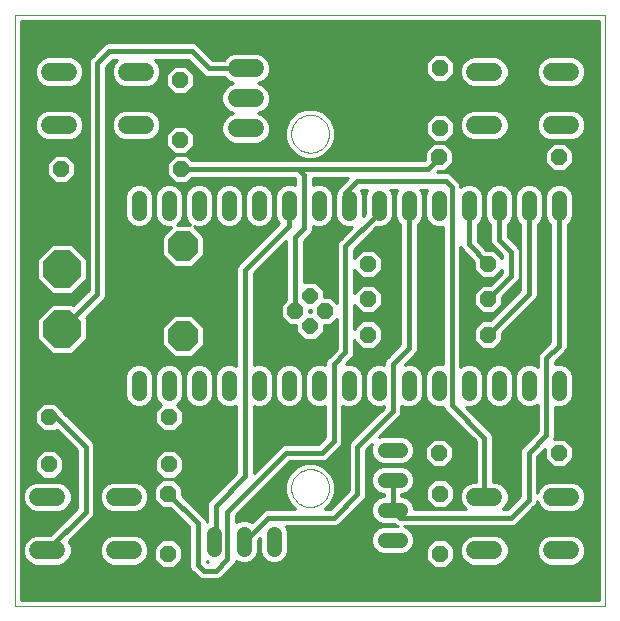
<source format=gtl>
G75*
%MOIN*%
%OFA0B0*%
%FSLAX24Y24*%
%IPPOS*%
%LPD*%
%AMOC8*
5,1,8,0,0,1.08239X$1,22.5*
%
%ADD10C,0.0000*%
%ADD11OC8,0.1000*%
%ADD12OC8,0.0520*%
%ADD13OC8,0.0515*%
%ADD14C,0.0515*%
%ADD15C,0.0600*%
%ADD16OC8,0.1240*%
%ADD17C,0.0160*%
%ADD18C,0.0100*%
D10*
X000475Y005795D02*
X000475Y025516D01*
X020160Y025516D01*
X020160Y005795D01*
X000475Y005795D01*
X009688Y009732D02*
X009690Y009782D01*
X009696Y009832D01*
X009706Y009881D01*
X009720Y009929D01*
X009737Y009976D01*
X009758Y010021D01*
X009783Y010065D01*
X009811Y010106D01*
X009843Y010145D01*
X009877Y010182D01*
X009914Y010216D01*
X009954Y010246D01*
X009996Y010273D01*
X010040Y010297D01*
X010086Y010318D01*
X010133Y010334D01*
X010181Y010347D01*
X010231Y010356D01*
X010280Y010361D01*
X010331Y010362D01*
X010381Y010359D01*
X010430Y010352D01*
X010479Y010341D01*
X010527Y010326D01*
X010573Y010308D01*
X010618Y010286D01*
X010661Y010260D01*
X010702Y010231D01*
X010741Y010199D01*
X010777Y010164D01*
X010809Y010126D01*
X010839Y010086D01*
X010866Y010043D01*
X010889Y009999D01*
X010908Y009953D01*
X010924Y009905D01*
X010936Y009856D01*
X010944Y009807D01*
X010948Y009757D01*
X010948Y009707D01*
X010944Y009657D01*
X010936Y009608D01*
X010924Y009559D01*
X010908Y009511D01*
X010889Y009465D01*
X010866Y009421D01*
X010839Y009378D01*
X010809Y009338D01*
X010777Y009300D01*
X010741Y009265D01*
X010702Y009233D01*
X010661Y009204D01*
X010618Y009178D01*
X010573Y009156D01*
X010527Y009138D01*
X010479Y009123D01*
X010430Y009112D01*
X010381Y009105D01*
X010331Y009102D01*
X010280Y009103D01*
X010231Y009108D01*
X010181Y009117D01*
X010133Y009130D01*
X010086Y009146D01*
X010040Y009167D01*
X009996Y009191D01*
X009954Y009218D01*
X009914Y009248D01*
X009877Y009282D01*
X009843Y009319D01*
X009811Y009358D01*
X009783Y009399D01*
X009758Y009443D01*
X009737Y009488D01*
X009720Y009535D01*
X009706Y009583D01*
X009696Y009632D01*
X009690Y009682D01*
X009688Y009732D01*
X009688Y021543D02*
X009690Y021593D01*
X009696Y021643D01*
X009706Y021692D01*
X009720Y021740D01*
X009737Y021787D01*
X009758Y021832D01*
X009783Y021876D01*
X009811Y021917D01*
X009843Y021956D01*
X009877Y021993D01*
X009914Y022027D01*
X009954Y022057D01*
X009996Y022084D01*
X010040Y022108D01*
X010086Y022129D01*
X010133Y022145D01*
X010181Y022158D01*
X010231Y022167D01*
X010280Y022172D01*
X010331Y022173D01*
X010381Y022170D01*
X010430Y022163D01*
X010479Y022152D01*
X010527Y022137D01*
X010573Y022119D01*
X010618Y022097D01*
X010661Y022071D01*
X010702Y022042D01*
X010741Y022010D01*
X010777Y021975D01*
X010809Y021937D01*
X010839Y021897D01*
X010866Y021854D01*
X010889Y021810D01*
X010908Y021764D01*
X010924Y021716D01*
X010936Y021667D01*
X010944Y021618D01*
X010948Y021568D01*
X010948Y021518D01*
X010944Y021468D01*
X010936Y021419D01*
X010924Y021370D01*
X010908Y021322D01*
X010889Y021276D01*
X010866Y021232D01*
X010839Y021189D01*
X010809Y021149D01*
X010777Y021111D01*
X010741Y021076D01*
X010702Y021044D01*
X010661Y021015D01*
X010618Y020989D01*
X010573Y020967D01*
X010527Y020949D01*
X010479Y020934D01*
X010430Y020923D01*
X010381Y020916D01*
X010331Y020913D01*
X010280Y020914D01*
X010231Y020919D01*
X010181Y020928D01*
X010133Y020941D01*
X010086Y020957D01*
X010040Y020978D01*
X009996Y021002D01*
X009954Y021029D01*
X009914Y021059D01*
X009877Y021093D01*
X009843Y021130D01*
X009811Y021169D01*
X009783Y021210D01*
X009758Y021254D01*
X009737Y021299D01*
X009720Y021346D01*
X009706Y021394D01*
X009696Y021443D01*
X009690Y021493D01*
X009688Y021543D01*
D11*
X006085Y017803D03*
X006085Y014803D03*
D12*
X005625Y012094D03*
X005625Y010520D03*
X005593Y009551D03*
X005593Y007551D03*
X001625Y010520D03*
X001625Y012094D03*
X002019Y020362D03*
X006019Y020362D03*
X005987Y021331D03*
X005987Y023331D03*
X009818Y015638D03*
X010818Y015638D03*
X012255Y016031D03*
X012255Y014850D03*
X012255Y017213D03*
X014617Y020756D03*
X014648Y021724D03*
X014648Y023724D03*
X018617Y020756D03*
X016255Y017213D03*
X016255Y016031D03*
X016255Y014850D03*
X014617Y010913D03*
X014648Y009551D03*
X014648Y007551D03*
X018617Y010913D03*
D13*
X010318Y015138D03*
X010318Y016138D03*
D14*
X010613Y013403D02*
X010613Y012888D01*
X011613Y012888D02*
X011613Y013403D01*
X012613Y013403D02*
X012613Y012888D01*
X013613Y012888D02*
X013613Y013403D01*
X014613Y013403D02*
X014613Y012888D01*
X015613Y012888D02*
X015613Y013403D01*
X016613Y013403D02*
X016613Y012888D01*
X017613Y012888D02*
X017613Y013403D01*
X018613Y013403D02*
X018613Y012888D01*
X018613Y018888D02*
X018613Y019403D01*
X017613Y019403D02*
X017613Y018888D01*
X016613Y018888D02*
X016613Y019403D01*
X015613Y019403D02*
X015613Y018888D01*
X014613Y018888D02*
X014613Y019403D01*
X013613Y019403D02*
X013613Y018888D01*
X012613Y018888D02*
X012613Y019403D01*
X011613Y019403D02*
X011613Y018888D01*
X010613Y018888D02*
X010613Y019403D01*
X009613Y019403D02*
X009613Y018888D01*
X008613Y018888D02*
X008613Y019403D01*
X007613Y019403D02*
X007613Y018888D01*
X006613Y018888D02*
X006613Y019403D01*
X005613Y019403D02*
X005613Y018888D01*
X004613Y018888D02*
X004613Y019403D01*
X004613Y013403D02*
X004613Y012888D01*
X005613Y012888D02*
X005613Y013403D01*
X006613Y013403D02*
X006613Y012888D01*
X007613Y012888D02*
X007613Y013403D01*
X008613Y013403D02*
X008613Y012888D01*
X009613Y012888D02*
X009613Y013403D01*
X012812Y011000D02*
X013327Y011000D01*
X013327Y010000D02*
X012812Y010000D01*
X012812Y009000D02*
X013327Y009000D01*
X013327Y008000D02*
X012812Y008000D01*
X009129Y008202D02*
X009129Y007687D01*
X008129Y007687D02*
X008129Y008202D01*
X007129Y008202D02*
X007129Y007687D01*
D15*
X004417Y007661D02*
X003817Y007661D01*
X003817Y009441D02*
X004417Y009441D01*
X001857Y009441D02*
X001257Y009441D01*
X001257Y007661D02*
X001857Y007661D01*
X007868Y021724D02*
X008468Y021724D01*
X008468Y022724D02*
X007868Y022724D01*
X007868Y023724D02*
X008468Y023724D01*
X004811Y023614D02*
X004211Y023614D01*
X004211Y021834D02*
X004811Y021834D01*
X002251Y021834D02*
X001651Y021834D01*
X001651Y023614D02*
X002251Y023614D01*
X015824Y023614D02*
X016424Y023614D01*
X016424Y021834D02*
X015824Y021834D01*
X018384Y021834D02*
X018984Y021834D01*
X018984Y023614D02*
X018384Y023614D01*
X018384Y009441D02*
X018984Y009441D01*
X018984Y007661D02*
X018384Y007661D01*
X016424Y007661D02*
X015824Y007661D01*
X015824Y009441D02*
X016424Y009441D01*
D16*
X002050Y015031D03*
X002050Y017031D03*
D17*
X003231Y016213D02*
X002050Y015031D01*
X003231Y016213D02*
X003231Y023906D01*
X003625Y024299D01*
X006381Y024299D01*
X006956Y023724D01*
X008168Y023724D01*
X009924Y020362D02*
X006019Y020362D01*
X008152Y017016D02*
X008152Y010126D01*
X007168Y009142D01*
X007168Y007984D01*
X007129Y007945D01*
X007562Y007370D02*
X007168Y006976D01*
X006774Y006976D01*
X006578Y007173D01*
X006578Y008567D01*
X005593Y009551D01*
X007562Y008945D02*
X007562Y007370D01*
X008129Y007945D02*
X008932Y008748D01*
X011105Y008748D01*
X011893Y009535D01*
X011893Y011110D01*
X013074Y012291D01*
X013074Y013866D01*
X013613Y014406D01*
X013613Y019146D01*
X012613Y019146D02*
X012613Y018917D01*
X011499Y017803D01*
X011499Y014260D01*
X011105Y013866D01*
X011105Y011307D01*
X010711Y010913D01*
X009530Y010913D01*
X007562Y008945D01*
X002837Y008941D02*
X001557Y007661D01*
X002837Y008941D02*
X002837Y011110D01*
X001853Y012094D01*
X001625Y012094D01*
X008152Y017016D02*
X009613Y018476D01*
X009613Y019146D01*
X010121Y018394D02*
X010121Y020165D01*
X009924Y020362D01*
X014255Y020362D01*
X014617Y020724D01*
X014617Y020756D01*
X014845Y019969D02*
X011893Y019969D01*
X011499Y019575D01*
X011499Y019260D01*
X011613Y019146D01*
X010121Y018394D02*
X009818Y018091D01*
X009818Y015638D01*
X013070Y010000D02*
X013070Y009000D01*
X013322Y008748D01*
X017011Y008748D01*
X017601Y009339D01*
X017601Y010913D01*
X018192Y011504D01*
X018192Y014063D01*
X018613Y014484D01*
X018613Y019146D01*
X017613Y019146D02*
X017613Y016209D01*
X016255Y014850D01*
X016255Y016031D02*
X017011Y016787D01*
X017011Y017606D01*
X016613Y018004D01*
X016613Y019146D01*
X015613Y019146D02*
X015613Y017854D01*
X016255Y017213D01*
X015042Y019772D02*
X014845Y019969D01*
X015042Y019772D02*
X015042Y012488D01*
X016124Y011406D01*
X016124Y009441D01*
D18*
X015834Y009951D02*
X015723Y009951D01*
X015535Y009874D01*
X015392Y009730D01*
X015314Y009543D01*
X015314Y009340D01*
X015392Y009152D01*
X015506Y009038D01*
X013795Y009038D01*
X013795Y009093D01*
X013723Y009265D01*
X013592Y009396D01*
X013420Y009467D01*
X013360Y009467D01*
X013360Y009533D01*
X013420Y009533D01*
X013592Y009604D01*
X013723Y009735D01*
X013795Y009907D01*
X013795Y010093D01*
X013723Y010265D01*
X013592Y010396D01*
X013420Y010467D01*
X012719Y010467D01*
X012547Y010396D01*
X012416Y010265D01*
X012345Y010093D01*
X012345Y009907D01*
X012416Y009735D01*
X012547Y009604D01*
X012719Y009533D01*
X012780Y009533D01*
X012780Y009467D01*
X012719Y009467D01*
X012547Y009396D01*
X012416Y009265D01*
X012345Y009093D01*
X012345Y008907D01*
X012416Y008735D01*
X012547Y008604D01*
X012719Y008533D01*
X013127Y008533D01*
X013157Y008502D01*
X013241Y008467D01*
X012719Y008467D01*
X012547Y008396D01*
X012416Y008265D01*
X012345Y008093D01*
X012345Y007907D01*
X012416Y007735D01*
X012547Y007604D01*
X012719Y007533D01*
X013420Y007533D01*
X013592Y007604D01*
X013723Y007735D01*
X013795Y007907D01*
X013795Y008093D01*
X013723Y008265D01*
X013592Y008396D01*
X013443Y008458D01*
X017068Y008458D01*
X017175Y008502D01*
X017256Y008584D01*
X017765Y009093D01*
X017765Y009093D01*
X017847Y009174D01*
X017891Y009281D01*
X017891Y009299D01*
X017952Y009152D01*
X018095Y009009D01*
X018283Y008931D01*
X019086Y008931D01*
X019273Y009009D01*
X019417Y009152D01*
X019494Y009340D01*
X019494Y009543D01*
X019417Y009730D01*
X019273Y009874D01*
X019086Y009951D01*
X018283Y009951D01*
X018095Y009874D01*
X017952Y009730D01*
X017891Y009583D01*
X017891Y010793D01*
X018147Y011049D01*
X018147Y010719D01*
X018422Y010443D01*
X018812Y010443D01*
X019087Y010719D01*
X019087Y011108D01*
X018812Y011383D01*
X018456Y011383D01*
X018482Y011446D01*
X018482Y012437D01*
X018520Y012421D01*
X018706Y012421D01*
X018878Y012492D01*
X019009Y012623D01*
X019080Y012795D01*
X019080Y013496D01*
X019009Y013668D01*
X018878Y013799D01*
X018706Y013871D01*
X018520Y013871D01*
X018482Y013855D01*
X018482Y013943D01*
X018859Y014320D01*
X018903Y014427D01*
X018903Y018517D01*
X019009Y018623D01*
X019080Y018795D01*
X019080Y019496D01*
X019009Y019668D01*
X018878Y019799D01*
X018706Y019871D01*
X018520Y019871D01*
X018348Y019799D01*
X018217Y019668D01*
X018146Y019496D01*
X018146Y018795D01*
X018217Y018623D01*
X018323Y018517D01*
X018323Y014604D01*
X018027Y014309D01*
X017946Y014227D01*
X017902Y014121D01*
X017902Y013776D01*
X017878Y013799D01*
X017706Y013871D01*
X017520Y013871D01*
X017348Y013799D01*
X017217Y013668D01*
X017146Y013496D01*
X017146Y012795D01*
X017217Y012623D01*
X017348Y012492D01*
X017520Y012421D01*
X017706Y012421D01*
X017878Y012492D01*
X017902Y012516D01*
X017902Y011624D01*
X017437Y011159D01*
X017355Y011078D01*
X017311Y010971D01*
X017311Y009459D01*
X016891Y009038D01*
X016742Y009038D01*
X016857Y009152D01*
X016934Y009340D01*
X016934Y009543D01*
X016857Y009730D01*
X016713Y009874D01*
X016526Y009951D01*
X016414Y009951D01*
X016414Y011464D01*
X016370Y011570D01*
X015520Y012421D01*
X015706Y012421D01*
X015878Y012492D01*
X016009Y012623D01*
X016080Y012795D01*
X016080Y013496D01*
X016009Y013668D01*
X015878Y013799D01*
X015706Y013871D01*
X015520Y013871D01*
X015348Y013799D01*
X015332Y013783D01*
X015332Y017775D01*
X015367Y017690D01*
X015785Y017272D01*
X015785Y017018D01*
X016060Y016743D01*
X016449Y016743D01*
X016721Y017014D01*
X016721Y016908D01*
X016315Y016501D01*
X016060Y016501D01*
X015785Y016226D01*
X015785Y015837D01*
X016060Y015561D01*
X016449Y015561D01*
X016725Y015837D01*
X016725Y016091D01*
X017256Y016623D01*
X017301Y016730D01*
X017301Y017664D01*
X017256Y017771D01*
X017175Y017852D01*
X016903Y018124D01*
X016903Y018517D01*
X017009Y018623D01*
X017080Y018795D01*
X017080Y019496D01*
X017009Y019668D01*
X016878Y019799D01*
X016706Y019871D01*
X016520Y019871D01*
X016348Y019799D01*
X016217Y019668D01*
X016146Y019496D01*
X016146Y018795D01*
X016217Y018623D01*
X016323Y018517D01*
X016323Y017946D01*
X016367Y017840D01*
X016721Y017486D01*
X016721Y017411D01*
X016449Y017683D01*
X016195Y017683D01*
X015903Y017974D01*
X015903Y018517D01*
X016009Y018623D01*
X016080Y018795D01*
X016080Y019496D01*
X016009Y019668D01*
X015878Y019799D01*
X015706Y019871D01*
X015520Y019871D01*
X015348Y019799D01*
X015332Y019783D01*
X015332Y019829D01*
X015288Y019936D01*
X015091Y020133D01*
X015010Y020214D01*
X014903Y020259D01*
X014561Y020259D01*
X014589Y020286D01*
X014812Y020286D01*
X015087Y020561D01*
X015087Y020951D01*
X014812Y021226D01*
X014422Y021226D01*
X014147Y020951D01*
X014147Y020665D01*
X014135Y020652D01*
X006393Y020652D01*
X006213Y020832D01*
X005824Y020832D01*
X005549Y020557D01*
X005549Y020168D01*
X005824Y019892D01*
X006213Y019892D01*
X006393Y020072D01*
X009804Y020072D01*
X009831Y020045D01*
X009831Y019819D01*
X009706Y019871D01*
X009520Y019871D01*
X009348Y019799D01*
X009217Y019668D01*
X009146Y019496D01*
X009146Y018795D01*
X009217Y018623D01*
X009283Y018557D01*
X007988Y017262D01*
X007907Y017180D01*
X007862Y017073D01*
X007862Y013806D01*
X007706Y013871D01*
X007520Y013871D01*
X007348Y013799D01*
X007217Y013668D01*
X007146Y013496D01*
X007146Y012795D01*
X007217Y012623D01*
X007348Y012492D01*
X007520Y012421D01*
X007706Y012421D01*
X007862Y012485D01*
X007862Y010246D01*
X007004Y009388D01*
X006922Y009306D01*
X006878Y009199D01*
X006878Y008605D01*
X006868Y008600D01*
X006868Y008625D01*
X006823Y008731D01*
X006742Y008813D01*
X006742Y008813D01*
X006063Y009491D01*
X006063Y009746D01*
X005788Y010021D01*
X005399Y010021D01*
X005123Y009746D01*
X005123Y009357D01*
X005399Y009081D01*
X005653Y009081D01*
X006288Y008447D01*
X006288Y007116D01*
X006332Y007009D01*
X006413Y006927D01*
X006610Y006731D01*
X006717Y006686D01*
X007226Y006686D01*
X007332Y006731D01*
X007414Y006812D01*
X007414Y006812D01*
X007808Y007206D01*
X007849Y007306D01*
X007864Y007291D01*
X008036Y007220D01*
X008222Y007220D01*
X008394Y007291D01*
X008525Y007423D01*
X008596Y007594D01*
X008596Y008002D01*
X008661Y008067D01*
X008661Y007594D01*
X008732Y007423D01*
X008864Y007291D01*
X009036Y007220D01*
X009222Y007220D01*
X009394Y007291D01*
X009525Y007423D01*
X009596Y007594D01*
X009596Y008295D01*
X009529Y008458D01*
X011163Y008458D01*
X011269Y008502D01*
X011351Y008584D01*
X012138Y009371D01*
X012183Y009478D01*
X012183Y010990D01*
X012387Y011194D01*
X012345Y011093D01*
X012345Y010907D01*
X012416Y010735D01*
X012547Y010604D01*
X012719Y010533D01*
X013420Y010533D01*
X013592Y010604D01*
X013723Y010735D01*
X013795Y010907D01*
X013795Y011093D01*
X013723Y011265D01*
X013592Y011396D01*
X013420Y011467D01*
X012719Y011467D01*
X012618Y011426D01*
X013319Y012127D01*
X013364Y012234D01*
X013364Y012485D01*
X013520Y012421D01*
X013706Y012421D01*
X013878Y012492D01*
X014009Y012623D01*
X014080Y012795D01*
X014080Y013496D01*
X014009Y013668D01*
X013878Y013799D01*
X013706Y013871D01*
X013520Y013871D01*
X013466Y013848D01*
X013859Y014241D01*
X013903Y014348D01*
X013903Y018517D01*
X014009Y018623D01*
X014080Y018795D01*
X014080Y019496D01*
X014009Y019668D01*
X013999Y019679D01*
X014227Y019679D01*
X014217Y019668D01*
X014146Y019496D01*
X014146Y018795D01*
X014217Y018623D01*
X014348Y018492D01*
X014520Y018421D01*
X014706Y018421D01*
X014752Y018440D01*
X014752Y013852D01*
X014706Y013871D01*
X014520Y013871D01*
X014348Y013799D01*
X014217Y013668D01*
X014146Y013496D01*
X014146Y012795D01*
X014217Y012623D01*
X014348Y012492D01*
X014520Y012421D01*
X014706Y012421D01*
X014752Y012440D01*
X014752Y012431D01*
X014796Y012324D01*
X014878Y012242D01*
X015834Y011286D01*
X015834Y009951D01*
X015834Y010031D02*
X013795Y010031D01*
X013795Y009932D02*
X014365Y009932D01*
X014454Y010021D02*
X014178Y009746D01*
X014178Y009357D01*
X014454Y009081D01*
X014843Y009081D01*
X015118Y009357D01*
X015118Y009746D01*
X014843Y010021D01*
X014454Y010021D01*
X014266Y009834D02*
X013764Y009834D01*
X013724Y009735D02*
X014178Y009735D01*
X014178Y009637D02*
X013625Y009637D01*
X013434Y009538D02*
X014178Y009538D01*
X014178Y009440D02*
X013487Y009440D01*
X013647Y009341D02*
X014194Y009341D01*
X014292Y009243D02*
X013733Y009243D01*
X013773Y009144D02*
X014391Y009144D01*
X014906Y009144D02*
X015400Y009144D01*
X015354Y009243D02*
X015005Y009243D01*
X015103Y009341D02*
X015314Y009341D01*
X015314Y009440D02*
X015118Y009440D01*
X015118Y009538D02*
X015314Y009538D01*
X015353Y009637D02*
X015118Y009637D01*
X015118Y009735D02*
X015397Y009735D01*
X015496Y009834D02*
X015030Y009834D01*
X014932Y009932D02*
X015677Y009932D01*
X015834Y010129D02*
X013780Y010129D01*
X013739Y010228D02*
X015834Y010228D01*
X015834Y010326D02*
X013662Y010326D01*
X013523Y010425D02*
X015834Y010425D01*
X015834Y010523D02*
X014892Y010523D01*
X014812Y010443D02*
X015087Y010719D01*
X015087Y011108D01*
X014812Y011383D01*
X014422Y011383D01*
X014147Y011108D01*
X014147Y010719D01*
X014422Y010443D01*
X014812Y010443D01*
X014990Y010622D02*
X015834Y010622D01*
X015834Y010720D02*
X015087Y010720D01*
X015087Y010819D02*
X015834Y010819D01*
X015834Y010917D02*
X015087Y010917D01*
X015087Y011016D02*
X015834Y011016D01*
X015834Y011114D02*
X015081Y011114D01*
X014982Y011213D02*
X015834Y011213D01*
X015809Y011311D02*
X014884Y011311D01*
X015316Y011804D02*
X012996Y011804D01*
X013095Y011902D02*
X015218Y011902D01*
X015119Y012001D02*
X013193Y012001D01*
X013292Y012099D02*
X015021Y012099D01*
X014922Y012198D02*
X013349Y012198D01*
X013364Y012296D02*
X014824Y012296D01*
X014767Y012395D02*
X013364Y012395D01*
X012784Y012411D02*
X011728Y011356D01*
X011647Y011275D01*
X011603Y011168D01*
X011603Y009656D01*
X010985Y009038D01*
X010811Y009038D01*
X011030Y009257D01*
X011158Y009565D01*
X011158Y009899D01*
X011030Y010208D01*
X010793Y010444D01*
X010485Y010572D01*
X010151Y010572D01*
X009842Y010444D01*
X009606Y010208D01*
X009478Y009899D01*
X009478Y009565D01*
X009606Y009257D01*
X009824Y009038D01*
X008874Y009038D01*
X008768Y008994D01*
X008379Y008605D01*
X008222Y008670D01*
X008036Y008670D01*
X007864Y008599D01*
X007852Y008587D01*
X007852Y008825D01*
X009650Y010623D01*
X010769Y010623D01*
X010876Y010668D01*
X010957Y010749D01*
X011351Y011143D01*
X011395Y011249D01*
X011395Y012472D01*
X011520Y012421D01*
X011706Y012421D01*
X011878Y012492D01*
X012009Y012623D01*
X012080Y012795D01*
X012080Y013496D01*
X012009Y013668D01*
X011878Y013799D01*
X011706Y013871D01*
X011520Y013871D01*
X011520Y013870D01*
X011745Y014096D01*
X011789Y014202D01*
X011789Y014652D01*
X012060Y014380D01*
X012449Y014380D01*
X012725Y014656D01*
X012725Y015045D01*
X012449Y015320D01*
X012060Y015320D01*
X011789Y015049D01*
X011789Y015833D01*
X012060Y015561D01*
X012449Y015561D01*
X012725Y015837D01*
X012725Y016226D01*
X012449Y016501D01*
X012060Y016501D01*
X011789Y016230D01*
X011789Y017014D01*
X012060Y016743D01*
X012449Y016743D01*
X012725Y017018D01*
X012725Y017407D01*
X012449Y017683D01*
X012060Y017683D01*
X011789Y017411D01*
X011789Y017683D01*
X012526Y018421D01*
X012706Y018421D01*
X012878Y018492D01*
X013009Y018623D01*
X013080Y018795D01*
X013080Y019496D01*
X013009Y019668D01*
X012999Y019679D01*
X013227Y019679D01*
X013217Y019668D01*
X013146Y019496D01*
X013146Y018795D01*
X013217Y018623D01*
X013323Y018517D01*
X013323Y014526D01*
X012909Y014112D01*
X012828Y014030D01*
X012784Y013924D01*
X012784Y013838D01*
X012706Y013871D01*
X012520Y013871D01*
X012348Y013799D01*
X012217Y013668D01*
X012146Y013496D01*
X012146Y012795D01*
X012217Y012623D01*
X012348Y012492D01*
X012520Y012421D01*
X012706Y012421D01*
X012784Y012453D01*
X012784Y012411D01*
X012767Y012395D02*
X011395Y012395D01*
X011395Y012296D02*
X012668Y012296D01*
X012570Y012198D02*
X011395Y012198D01*
X011395Y012099D02*
X012471Y012099D01*
X012373Y012001D02*
X011395Y012001D01*
X011395Y011902D02*
X012274Y011902D01*
X012176Y011804D02*
X011395Y011804D01*
X011395Y011705D02*
X012077Y011705D01*
X011979Y011607D02*
X011395Y011607D01*
X011395Y011508D02*
X011880Y011508D01*
X011782Y011410D02*
X011395Y011410D01*
X011395Y011311D02*
X011683Y011311D01*
X011621Y011213D02*
X011380Y011213D01*
X011322Y011114D02*
X011603Y011114D01*
X011603Y011016D02*
X011224Y011016D01*
X011125Y010917D02*
X011603Y010917D01*
X011603Y010819D02*
X011027Y010819D01*
X010928Y010720D02*
X011603Y010720D01*
X011603Y010622D02*
X009649Y010622D01*
X009550Y010523D02*
X010033Y010523D01*
X009822Y010425D02*
X009452Y010425D01*
X009353Y010326D02*
X009724Y010326D01*
X009625Y010228D02*
X009255Y010228D01*
X009156Y010129D02*
X009573Y010129D01*
X009532Y010031D02*
X009058Y010031D01*
X008959Y009932D02*
X009491Y009932D01*
X009478Y009834D02*
X008861Y009834D01*
X008762Y009735D02*
X009478Y009735D01*
X009478Y009637D02*
X008664Y009637D01*
X008565Y009538D02*
X009489Y009538D01*
X009530Y009440D02*
X008467Y009440D01*
X008368Y009341D02*
X009571Y009341D01*
X009619Y009243D02*
X008270Y009243D01*
X008171Y009144D02*
X009718Y009144D01*
X009816Y009046D02*
X008073Y009046D01*
X007974Y008947D02*
X008721Y008947D01*
X008623Y008849D02*
X007876Y008849D01*
X007852Y008750D02*
X008524Y008750D01*
X008426Y008652D02*
X008265Y008652D01*
X007992Y008652D02*
X007852Y008652D01*
X008655Y008061D02*
X008661Y008061D01*
X008661Y007962D02*
X008596Y007962D01*
X008596Y007864D02*
X008661Y007864D01*
X008661Y007765D02*
X008596Y007765D01*
X008596Y007667D02*
X008661Y007667D01*
X008672Y007568D02*
X008585Y007568D01*
X008545Y007470D02*
X008713Y007470D01*
X008784Y007371D02*
X008474Y007371D01*
X008349Y007273D02*
X008908Y007273D01*
X009349Y007273D02*
X014262Y007273D01*
X014178Y007357D02*
X014454Y007081D01*
X014843Y007081D01*
X015118Y007357D01*
X015118Y007746D01*
X014843Y008021D01*
X014454Y008021D01*
X014178Y007746D01*
X014178Y007357D01*
X014178Y007371D02*
X009474Y007371D01*
X009545Y007470D02*
X014178Y007470D01*
X014178Y007568D02*
X013506Y007568D01*
X013655Y007667D02*
X014178Y007667D01*
X014198Y007765D02*
X013736Y007765D01*
X013777Y007864D02*
X014296Y007864D01*
X014395Y007962D02*
X013795Y007962D01*
X013795Y008061D02*
X015503Y008061D01*
X015535Y008094D02*
X015392Y007950D01*
X015314Y007763D01*
X015314Y007560D01*
X015392Y007372D01*
X015535Y007229D01*
X015723Y007151D01*
X016526Y007151D01*
X016713Y007229D01*
X016857Y007372D01*
X016934Y007560D01*
X016934Y007763D01*
X016857Y007950D01*
X016713Y008094D01*
X016526Y008171D01*
X015723Y008171D01*
X015535Y008094D01*
X015694Y008159D02*
X013767Y008159D01*
X013726Y008258D02*
X019950Y008258D01*
X019950Y008356D02*
X013632Y008356D01*
X013451Y008455D02*
X019950Y008455D01*
X019950Y008553D02*
X017226Y008553D01*
X017256Y008584D02*
X017256Y008584D01*
X017325Y008652D02*
X019950Y008652D01*
X019950Y008750D02*
X017423Y008750D01*
X017522Y008849D02*
X019950Y008849D01*
X019950Y008947D02*
X019125Y008947D01*
X019310Y009046D02*
X019950Y009046D01*
X019950Y009144D02*
X019409Y009144D01*
X019454Y009243D02*
X019950Y009243D01*
X019950Y009341D02*
X019494Y009341D01*
X019494Y009440D02*
X019950Y009440D01*
X019950Y009538D02*
X019494Y009538D01*
X019455Y009637D02*
X019950Y009637D01*
X019950Y009735D02*
X019411Y009735D01*
X019313Y009834D02*
X019950Y009834D01*
X019950Y009932D02*
X019131Y009932D01*
X018892Y010523D02*
X019950Y010523D01*
X019950Y010425D02*
X017891Y010425D01*
X017891Y010523D02*
X018342Y010523D01*
X018244Y010622D02*
X017891Y010622D01*
X017891Y010720D02*
X018147Y010720D01*
X018147Y010819D02*
X017917Y010819D01*
X018015Y010917D02*
X018147Y010917D01*
X018147Y011016D02*
X018114Y011016D01*
X018467Y011410D02*
X019950Y011410D01*
X019950Y011508D02*
X018482Y011508D01*
X018482Y011607D02*
X019950Y011607D01*
X019950Y011705D02*
X018482Y011705D01*
X018482Y011804D02*
X019950Y011804D01*
X019950Y011902D02*
X018482Y011902D01*
X018482Y012001D02*
X019950Y012001D01*
X019950Y012099D02*
X018482Y012099D01*
X018482Y012198D02*
X019950Y012198D01*
X019950Y012296D02*
X018482Y012296D01*
X018482Y012395D02*
X019950Y012395D01*
X019950Y012493D02*
X018879Y012493D01*
X018978Y012592D02*
X019950Y012592D01*
X019950Y012690D02*
X019037Y012690D01*
X019078Y012789D02*
X019950Y012789D01*
X019950Y012887D02*
X019080Y012887D01*
X019080Y012986D02*
X019950Y012986D01*
X019950Y013084D02*
X019080Y013084D01*
X019080Y013183D02*
X019950Y013183D01*
X019950Y013281D02*
X019080Y013281D01*
X019080Y013380D02*
X019950Y013380D01*
X019950Y013478D02*
X019080Y013478D01*
X019047Y013577D02*
X019950Y013577D01*
X019950Y013675D02*
X019002Y013675D01*
X018903Y013774D02*
X019950Y013774D01*
X019950Y013872D02*
X018482Y013872D01*
X018510Y013971D02*
X019950Y013971D01*
X019950Y014069D02*
X018608Y014069D01*
X018707Y014168D02*
X019950Y014168D01*
X019950Y014266D02*
X018805Y014266D01*
X018877Y014365D02*
X019950Y014365D01*
X019950Y014463D02*
X018903Y014463D01*
X018903Y014562D02*
X019950Y014562D01*
X019950Y014660D02*
X018903Y014660D01*
X018903Y014759D02*
X019950Y014759D01*
X019950Y014857D02*
X018903Y014857D01*
X018903Y014956D02*
X019950Y014956D01*
X019950Y015054D02*
X018903Y015054D01*
X018903Y015153D02*
X019950Y015153D01*
X019950Y015251D02*
X018903Y015251D01*
X018903Y015350D02*
X019950Y015350D01*
X019950Y015448D02*
X018903Y015448D01*
X018903Y015547D02*
X019950Y015547D01*
X019950Y015645D02*
X018903Y015645D01*
X018903Y015744D02*
X019950Y015744D01*
X019950Y015842D02*
X018903Y015842D01*
X018903Y015941D02*
X019950Y015941D01*
X019950Y016039D02*
X018903Y016039D01*
X018903Y016138D02*
X019950Y016138D01*
X019950Y016236D02*
X018903Y016236D01*
X018903Y016335D02*
X019950Y016335D01*
X019950Y016433D02*
X018903Y016433D01*
X018903Y016532D02*
X019950Y016532D01*
X019950Y016630D02*
X018903Y016630D01*
X018903Y016729D02*
X019950Y016729D01*
X019950Y016827D02*
X018903Y016827D01*
X018903Y016926D02*
X019950Y016926D01*
X019950Y017024D02*
X018903Y017024D01*
X018903Y017123D02*
X019950Y017123D01*
X019950Y017221D02*
X018903Y017221D01*
X018903Y017320D02*
X019950Y017320D01*
X019950Y017418D02*
X018903Y017418D01*
X018903Y017517D02*
X019950Y017517D01*
X019950Y017615D02*
X018903Y017615D01*
X018903Y017714D02*
X019950Y017714D01*
X019950Y017812D02*
X018903Y017812D01*
X018903Y017911D02*
X019950Y017911D01*
X019950Y018009D02*
X018903Y018009D01*
X018903Y018108D02*
X019950Y018108D01*
X019950Y018206D02*
X018903Y018206D01*
X018903Y018305D02*
X019950Y018305D01*
X019950Y018403D02*
X018903Y018403D01*
X018903Y018502D02*
X019950Y018502D01*
X019950Y018600D02*
X018986Y018600D01*
X019041Y018699D02*
X019950Y018699D01*
X019950Y018797D02*
X019080Y018797D01*
X019080Y018896D02*
X019950Y018896D01*
X019950Y018994D02*
X019080Y018994D01*
X019080Y019093D02*
X019950Y019093D01*
X019950Y019191D02*
X019080Y019191D01*
X019080Y019290D02*
X019950Y019290D01*
X019950Y019388D02*
X019080Y019388D01*
X019080Y019487D02*
X019950Y019487D01*
X019950Y019585D02*
X019044Y019585D01*
X018993Y019684D02*
X019950Y019684D01*
X019950Y019782D02*
X018895Y019782D01*
X018812Y020286D02*
X018422Y020286D01*
X018147Y020561D01*
X018147Y020951D01*
X018422Y021226D01*
X018812Y021226D01*
X019087Y020951D01*
X019087Y020561D01*
X018812Y020286D01*
X018899Y020373D02*
X019950Y020373D01*
X019950Y020275D02*
X014577Y020275D01*
X014899Y020373D02*
X018335Y020373D01*
X018236Y020472D02*
X014998Y020472D01*
X015087Y020570D02*
X018147Y020570D01*
X018147Y020669D02*
X015087Y020669D01*
X015087Y020767D02*
X018147Y020767D01*
X018147Y020866D02*
X015087Y020866D01*
X015073Y020964D02*
X018161Y020964D01*
X018259Y021063D02*
X014975Y021063D01*
X014876Y021161D02*
X018358Y021161D01*
X018283Y021324D02*
X018095Y021402D01*
X017952Y021546D01*
X017874Y021733D01*
X017874Y021936D01*
X017952Y022123D01*
X018095Y022267D01*
X018283Y022344D01*
X019086Y022344D01*
X019273Y022267D01*
X019417Y022123D01*
X019494Y021936D01*
X019494Y021733D01*
X019417Y021546D01*
X019273Y021402D01*
X019086Y021324D01*
X018283Y021324D01*
X018201Y021358D02*
X016608Y021358D01*
X016526Y021324D02*
X016713Y021402D01*
X016857Y021546D01*
X016934Y021733D01*
X016934Y021936D01*
X016857Y022123D01*
X016713Y022267D01*
X016526Y022344D01*
X015723Y022344D01*
X015535Y022267D01*
X015392Y022123D01*
X015314Y021936D01*
X015314Y021733D01*
X015392Y021546D01*
X015535Y021402D01*
X015723Y021324D01*
X016526Y021324D01*
X016768Y021457D02*
X018041Y021457D01*
X017948Y021555D02*
X016861Y021555D01*
X016902Y021654D02*
X017907Y021654D01*
X017874Y021752D02*
X016934Y021752D01*
X016934Y021851D02*
X017874Y021851D01*
X017880Y021949D02*
X016929Y021949D01*
X016888Y022048D02*
X017921Y022048D01*
X017975Y022146D02*
X016834Y022146D01*
X016735Y022245D02*
X018073Y022245D01*
X018280Y022343D02*
X016528Y022343D01*
X016526Y023104D02*
X016713Y023182D01*
X016857Y023326D01*
X016934Y023513D01*
X016934Y023716D01*
X016857Y023903D01*
X016713Y024047D01*
X016526Y024124D01*
X015723Y024124D01*
X015535Y024047D01*
X015392Y023903D01*
X015314Y023716D01*
X015314Y023513D01*
X015392Y023326D01*
X015535Y023182D01*
X015723Y023104D01*
X016526Y023104D01*
X016591Y023131D02*
X018218Y023131D01*
X018283Y023104D02*
X018095Y023182D01*
X017952Y023326D01*
X017874Y023513D01*
X017874Y023716D01*
X017952Y023903D01*
X018095Y024047D01*
X018283Y024124D01*
X019086Y024124D01*
X019273Y024047D01*
X019417Y023903D01*
X019494Y023716D01*
X019494Y023513D01*
X019417Y023326D01*
X019273Y023182D01*
X019086Y023104D01*
X018283Y023104D01*
X018048Y023230D02*
X016761Y023230D01*
X016858Y023328D02*
X017951Y023328D01*
X017910Y023427D02*
X016899Y023427D01*
X016934Y023525D02*
X017874Y023525D01*
X017874Y023624D02*
X016934Y023624D01*
X016932Y023722D02*
X017877Y023722D01*
X017918Y023821D02*
X016891Y023821D01*
X016841Y023919D02*
X017968Y023919D01*
X018066Y024018D02*
X016742Y024018D01*
X016545Y024116D02*
X018263Y024116D01*
X019105Y024116D02*
X019950Y024116D01*
X019950Y024018D02*
X019302Y024018D01*
X019401Y023919D02*
X019950Y023919D01*
X019950Y023821D02*
X019451Y023821D01*
X019492Y023722D02*
X019950Y023722D01*
X019950Y023624D02*
X019494Y023624D01*
X019494Y023525D02*
X019950Y023525D01*
X019950Y023427D02*
X019459Y023427D01*
X019418Y023328D02*
X019950Y023328D01*
X019950Y023230D02*
X019321Y023230D01*
X019151Y023131D02*
X019950Y023131D01*
X019950Y023033D02*
X008881Y023033D01*
X008900Y023013D02*
X008757Y023157D01*
X008594Y023224D01*
X008757Y023292D01*
X008900Y023436D01*
X008978Y023623D01*
X008978Y023826D01*
X008900Y024013D01*
X008757Y024157D01*
X008570Y024234D01*
X007767Y024234D01*
X007579Y024157D01*
X007437Y024014D01*
X007076Y024014D01*
X006627Y024463D01*
X006545Y024545D01*
X006438Y024589D01*
X003567Y024589D01*
X003461Y024545D01*
X003067Y024151D01*
X002985Y024070D01*
X002941Y023963D01*
X002941Y016333D01*
X002432Y015823D01*
X002394Y015861D01*
X001706Y015861D01*
X001220Y015375D01*
X001220Y014688D01*
X001706Y014201D01*
X002394Y014201D01*
X002880Y014688D01*
X002880Y015375D01*
X002842Y015413D01*
X003477Y016048D01*
X003521Y016155D01*
X003521Y023785D01*
X003745Y024009D01*
X003885Y024009D01*
X003779Y023903D01*
X003701Y023716D01*
X003701Y023513D01*
X003779Y023326D01*
X003922Y023182D01*
X004110Y023104D01*
X004913Y023104D01*
X005100Y023182D01*
X005243Y023326D01*
X005321Y023513D01*
X005321Y023716D01*
X005243Y023903D01*
X005138Y024009D01*
X006261Y024009D01*
X006791Y023479D01*
X006898Y023434D01*
X007437Y023434D01*
X007579Y023292D01*
X007743Y023224D01*
X007579Y023157D01*
X007436Y023013D01*
X007358Y022826D01*
X007358Y022623D01*
X007436Y022436D01*
X007579Y022292D01*
X007743Y022224D01*
X007579Y022157D01*
X007436Y022013D01*
X007358Y021826D01*
X007358Y021623D01*
X007436Y021436D01*
X007579Y021292D01*
X007767Y021214D01*
X008570Y021214D01*
X008757Y021292D01*
X008900Y021436D01*
X008978Y021623D01*
X008978Y021826D01*
X008900Y022013D01*
X008757Y022157D01*
X008594Y022224D01*
X008757Y022292D01*
X008900Y022436D01*
X008978Y022623D01*
X008978Y022826D01*
X008900Y023013D01*
X008933Y022934D02*
X019950Y022934D01*
X019950Y022836D02*
X008974Y022836D01*
X008978Y022737D02*
X019950Y022737D01*
X019950Y022639D02*
X008978Y022639D01*
X008944Y022540D02*
X019950Y022540D01*
X019950Y022442D02*
X008903Y022442D01*
X008808Y022343D02*
X010054Y022343D01*
X010151Y022383D02*
X009842Y022255D01*
X009606Y022019D01*
X009478Y021710D01*
X009478Y021376D01*
X009606Y021068D01*
X009842Y020831D01*
X010151Y020703D01*
X010485Y020703D01*
X010793Y020831D01*
X011030Y021068D01*
X011158Y021376D01*
X011158Y021710D01*
X011030Y022019D01*
X010793Y022255D01*
X010485Y022383D01*
X010151Y022383D01*
X009831Y022245D02*
X008643Y022245D01*
X008767Y022146D02*
X009733Y022146D01*
X009634Y022048D02*
X008866Y022048D01*
X008927Y021949D02*
X009577Y021949D01*
X009536Y021851D02*
X008968Y021851D01*
X008978Y021752D02*
X009495Y021752D01*
X009478Y021654D02*
X008978Y021654D01*
X008950Y021555D02*
X009478Y021555D01*
X009478Y021457D02*
X008909Y021457D01*
X008823Y021358D02*
X009485Y021358D01*
X009526Y021260D02*
X008679Y021260D01*
X009567Y021161D02*
X006457Y021161D01*
X006457Y021136D02*
X006182Y020861D01*
X005792Y020861D01*
X005517Y021136D01*
X005517Y021525D01*
X005792Y021801D01*
X006182Y021801D01*
X006457Y021525D01*
X006457Y021136D01*
X006384Y021063D02*
X009610Y021063D01*
X009709Y020964D02*
X006285Y020964D01*
X006187Y020866D02*
X009807Y020866D01*
X009996Y020767D02*
X006278Y020767D01*
X006377Y020669D02*
X014147Y020669D01*
X014147Y020767D02*
X010639Y020767D01*
X010828Y020866D02*
X014147Y020866D01*
X014161Y020964D02*
X010927Y020964D01*
X011025Y021063D02*
X014259Y021063D01*
X014358Y021161D02*
X011069Y021161D01*
X011109Y021260D02*
X014448Y021260D01*
X014454Y021254D02*
X014843Y021254D01*
X015118Y021530D01*
X015118Y021919D01*
X014843Y022194D01*
X014454Y022194D01*
X014178Y021919D01*
X014178Y021530D01*
X014454Y021254D01*
X014350Y021358D02*
X011150Y021358D01*
X011158Y021457D02*
X014251Y021457D01*
X014178Y021555D02*
X011158Y021555D01*
X011158Y021654D02*
X014178Y021654D01*
X014178Y021752D02*
X011140Y021752D01*
X011099Y021851D02*
X014178Y021851D01*
X014209Y021949D02*
X011059Y021949D01*
X011001Y022048D02*
X014307Y022048D01*
X014406Y022146D02*
X010903Y022146D01*
X010804Y022245D02*
X015513Y022245D01*
X015415Y022146D02*
X014891Y022146D01*
X014990Y022048D02*
X015361Y022048D01*
X015320Y021949D02*
X015088Y021949D01*
X015118Y021851D02*
X015314Y021851D01*
X015314Y021752D02*
X015118Y021752D01*
X015118Y021654D02*
X015347Y021654D01*
X015388Y021555D02*
X015118Y021555D01*
X015046Y021457D02*
X015481Y021457D01*
X015641Y021358D02*
X014947Y021358D01*
X014849Y021260D02*
X019950Y021260D01*
X019950Y021358D02*
X019168Y021358D01*
X019328Y021457D02*
X019950Y021457D01*
X019950Y021555D02*
X019421Y021555D01*
X019462Y021654D02*
X019950Y021654D01*
X019950Y021752D02*
X019494Y021752D01*
X019494Y021851D02*
X019950Y021851D01*
X019950Y021949D02*
X019489Y021949D01*
X019448Y022048D02*
X019950Y022048D01*
X019950Y022146D02*
X019394Y022146D01*
X019295Y022245D02*
X019950Y022245D01*
X019950Y022343D02*
X019088Y022343D01*
X018876Y021161D02*
X019950Y021161D01*
X019950Y021063D02*
X018975Y021063D01*
X019073Y020964D02*
X019950Y020964D01*
X019950Y020866D02*
X019087Y020866D01*
X019087Y020767D02*
X019950Y020767D01*
X019950Y020669D02*
X019087Y020669D01*
X019087Y020570D02*
X019950Y020570D01*
X019950Y020472D02*
X018998Y020472D01*
X018331Y019782D02*
X017895Y019782D01*
X017878Y019799D02*
X017706Y019871D01*
X017520Y019871D01*
X017348Y019799D01*
X017217Y019668D01*
X017146Y019496D01*
X017146Y018795D01*
X017217Y018623D01*
X017323Y018517D01*
X017323Y016329D01*
X016315Y015320D01*
X016060Y015320D01*
X015785Y015045D01*
X015785Y014656D01*
X016060Y014380D01*
X016449Y014380D01*
X016725Y014656D01*
X016725Y014910D01*
X017859Y016044D01*
X017903Y016151D01*
X017903Y018517D01*
X018009Y018623D01*
X018080Y018795D01*
X018080Y019496D01*
X018009Y019668D01*
X017878Y019799D01*
X017993Y019684D02*
X018233Y019684D01*
X018182Y019585D02*
X018044Y019585D01*
X018080Y019487D02*
X018146Y019487D01*
X018146Y019388D02*
X018080Y019388D01*
X018080Y019290D02*
X018146Y019290D01*
X018146Y019191D02*
X018080Y019191D01*
X018080Y019093D02*
X018146Y019093D01*
X018146Y018994D02*
X018080Y018994D01*
X018080Y018896D02*
X018146Y018896D01*
X018146Y018797D02*
X018080Y018797D01*
X018041Y018699D02*
X018185Y018699D01*
X018240Y018600D02*
X017986Y018600D01*
X017903Y018502D02*
X018323Y018502D01*
X018323Y018403D02*
X017903Y018403D01*
X017903Y018305D02*
X018323Y018305D01*
X018323Y018206D02*
X017903Y018206D01*
X017903Y018108D02*
X018323Y018108D01*
X018323Y018009D02*
X017903Y018009D01*
X017903Y017911D02*
X018323Y017911D01*
X018323Y017812D02*
X017903Y017812D01*
X017903Y017714D02*
X018323Y017714D01*
X018323Y017615D02*
X017903Y017615D01*
X017903Y017517D02*
X018323Y017517D01*
X018323Y017418D02*
X017903Y017418D01*
X017903Y017320D02*
X018323Y017320D01*
X018323Y017221D02*
X017903Y017221D01*
X017903Y017123D02*
X018323Y017123D01*
X018323Y017024D02*
X017903Y017024D01*
X017903Y016926D02*
X018323Y016926D01*
X018323Y016827D02*
X017903Y016827D01*
X017903Y016729D02*
X018323Y016729D01*
X018323Y016630D02*
X017903Y016630D01*
X017903Y016532D02*
X018323Y016532D01*
X018323Y016433D02*
X017903Y016433D01*
X017903Y016335D02*
X018323Y016335D01*
X018323Y016236D02*
X017903Y016236D01*
X017898Y016138D02*
X018323Y016138D01*
X018323Y016039D02*
X017854Y016039D01*
X017755Y015941D02*
X018323Y015941D01*
X018323Y015842D02*
X017657Y015842D01*
X017558Y015744D02*
X018323Y015744D01*
X018323Y015645D02*
X017460Y015645D01*
X017361Y015547D02*
X018323Y015547D01*
X018323Y015448D02*
X017263Y015448D01*
X017164Y015350D02*
X018323Y015350D01*
X018323Y015251D02*
X017066Y015251D01*
X016967Y015153D02*
X018323Y015153D01*
X018323Y015054D02*
X016869Y015054D01*
X016770Y014956D02*
X018323Y014956D01*
X018323Y014857D02*
X016725Y014857D01*
X016725Y014759D02*
X018323Y014759D01*
X018323Y014660D02*
X016725Y014660D01*
X016631Y014562D02*
X018280Y014562D01*
X018182Y014463D02*
X016532Y014463D01*
X016520Y013871D02*
X016348Y013799D01*
X016217Y013668D01*
X016146Y013496D01*
X016146Y012795D01*
X016217Y012623D01*
X016348Y012492D01*
X016520Y012421D01*
X016706Y012421D01*
X016878Y012492D01*
X017009Y012623D01*
X017080Y012795D01*
X017080Y013496D01*
X017009Y013668D01*
X016878Y013799D01*
X016706Y013871D01*
X016520Y013871D01*
X016323Y013774D02*
X015903Y013774D01*
X016002Y013675D02*
X016224Y013675D01*
X016179Y013577D02*
X016047Y013577D01*
X016080Y013478D02*
X016146Y013478D01*
X016146Y013380D02*
X016080Y013380D01*
X016080Y013281D02*
X016146Y013281D01*
X016146Y013183D02*
X016080Y013183D01*
X016080Y013084D02*
X016146Y013084D01*
X016146Y012986D02*
X016080Y012986D01*
X016080Y012887D02*
X016146Y012887D01*
X016148Y012789D02*
X016078Y012789D01*
X016037Y012690D02*
X016189Y012690D01*
X016248Y012592D02*
X015978Y012592D01*
X015879Y012493D02*
X016347Y012493D01*
X016879Y012493D02*
X017347Y012493D01*
X017248Y012592D02*
X016978Y012592D01*
X017037Y012690D02*
X017189Y012690D01*
X017148Y012789D02*
X017078Y012789D01*
X017080Y012887D02*
X017146Y012887D01*
X017146Y012986D02*
X017080Y012986D01*
X017080Y013084D02*
X017146Y013084D01*
X017146Y013183D02*
X017080Y013183D01*
X017080Y013281D02*
X017146Y013281D01*
X017146Y013380D02*
X017080Y013380D01*
X017080Y013478D02*
X017146Y013478D01*
X017179Y013577D02*
X017047Y013577D01*
X017002Y013675D02*
X017224Y013675D01*
X017323Y013774D02*
X016903Y013774D01*
X017902Y013872D02*
X015332Y013872D01*
X015332Y013971D02*
X017902Y013971D01*
X017902Y014069D02*
X015332Y014069D01*
X015332Y014168D02*
X017921Y014168D01*
X017985Y014266D02*
X015332Y014266D01*
X015332Y014365D02*
X018083Y014365D01*
X016738Y015744D02*
X016632Y015744D01*
X016640Y015645D02*
X016533Y015645D01*
X016541Y015547D02*
X015332Y015547D01*
X015332Y015645D02*
X015976Y015645D01*
X015878Y015744D02*
X015332Y015744D01*
X015332Y015842D02*
X015785Y015842D01*
X015785Y015941D02*
X015332Y015941D01*
X015332Y016039D02*
X015785Y016039D01*
X015785Y016138D02*
X015332Y016138D01*
X015332Y016236D02*
X015795Y016236D01*
X015893Y016335D02*
X015332Y016335D01*
X015332Y016433D02*
X015992Y016433D01*
X015975Y016827D02*
X015332Y016827D01*
X015332Y016729D02*
X016542Y016729D01*
X016534Y016827D02*
X016640Y016827D01*
X016633Y016926D02*
X016721Y016926D01*
X016714Y017418D02*
X016721Y017418D01*
X016690Y017517D02*
X016615Y017517D01*
X016592Y017615D02*
X016517Y017615D01*
X016493Y017714D02*
X016164Y017714D01*
X016065Y017812D02*
X016395Y017812D01*
X016338Y017911D02*
X015967Y017911D01*
X015903Y018009D02*
X016323Y018009D01*
X016323Y018108D02*
X015903Y018108D01*
X015903Y018206D02*
X016323Y018206D01*
X016323Y018305D02*
X015903Y018305D01*
X015903Y018403D02*
X016323Y018403D01*
X016323Y018502D02*
X015903Y018502D01*
X015986Y018600D02*
X016240Y018600D01*
X016185Y018699D02*
X016041Y018699D01*
X016080Y018797D02*
X016146Y018797D01*
X016146Y018896D02*
X016080Y018896D01*
X016080Y018994D02*
X016146Y018994D01*
X016146Y019093D02*
X016080Y019093D01*
X016080Y019191D02*
X016146Y019191D01*
X016146Y019290D02*
X016080Y019290D01*
X016080Y019388D02*
X016146Y019388D01*
X016146Y019487D02*
X016080Y019487D01*
X016044Y019585D02*
X016182Y019585D01*
X016233Y019684D02*
X015993Y019684D01*
X015895Y019782D02*
X016331Y019782D01*
X016895Y019782D02*
X017331Y019782D01*
X017233Y019684D02*
X016993Y019684D01*
X017044Y019585D02*
X017182Y019585D01*
X017146Y019487D02*
X017080Y019487D01*
X017080Y019388D02*
X017146Y019388D01*
X017146Y019290D02*
X017080Y019290D01*
X017080Y019191D02*
X017146Y019191D01*
X017146Y019093D02*
X017080Y019093D01*
X017080Y018994D02*
X017146Y018994D01*
X017146Y018896D02*
X017080Y018896D01*
X017080Y018797D02*
X017146Y018797D01*
X017185Y018699D02*
X017041Y018699D01*
X016986Y018600D02*
X017240Y018600D01*
X017323Y018502D02*
X016903Y018502D01*
X016903Y018403D02*
X017323Y018403D01*
X017323Y018305D02*
X016903Y018305D01*
X016903Y018206D02*
X017323Y018206D01*
X017323Y018108D02*
X016919Y018108D01*
X017018Y018009D02*
X017323Y018009D01*
X017323Y017911D02*
X017116Y017911D01*
X017215Y017812D02*
X017323Y017812D01*
X017323Y017714D02*
X017280Y017714D01*
X017301Y017615D02*
X017323Y017615D01*
X017323Y017517D02*
X017301Y017517D01*
X017301Y017418D02*
X017323Y017418D01*
X017323Y017320D02*
X017301Y017320D01*
X017301Y017221D02*
X017323Y017221D01*
X017323Y017123D02*
X017301Y017123D01*
X017301Y017024D02*
X017323Y017024D01*
X017323Y016926D02*
X017301Y016926D01*
X017301Y016827D02*
X017323Y016827D01*
X017323Y016729D02*
X017300Y016729D01*
X017323Y016630D02*
X017259Y016630D01*
X017323Y016532D02*
X017165Y016532D01*
X017067Y016433D02*
X017323Y016433D01*
X017323Y016335D02*
X016968Y016335D01*
X016870Y016236D02*
X017231Y016236D01*
X017132Y016138D02*
X016771Y016138D01*
X016725Y016039D02*
X017034Y016039D01*
X016935Y015941D02*
X016725Y015941D01*
X016725Y015842D02*
X016837Y015842D01*
X016443Y015448D02*
X015332Y015448D01*
X015332Y015350D02*
X016344Y015350D01*
X015991Y015251D02*
X015332Y015251D01*
X015332Y015153D02*
X015892Y015153D01*
X015794Y015054D02*
X015332Y015054D01*
X015332Y014956D02*
X015785Y014956D01*
X015785Y014857D02*
X015332Y014857D01*
X015332Y014759D02*
X015785Y014759D01*
X015785Y014660D02*
X015332Y014660D01*
X015332Y014562D02*
X015879Y014562D01*
X015977Y014463D02*
X015332Y014463D01*
X014752Y014463D02*
X013903Y014463D01*
X013903Y014365D02*
X014752Y014365D01*
X014752Y014266D02*
X013869Y014266D01*
X013785Y014168D02*
X014752Y014168D01*
X014752Y014069D02*
X013687Y014069D01*
X013588Y013971D02*
X014752Y013971D01*
X014752Y013872D02*
X013490Y013872D01*
X013903Y013774D02*
X014323Y013774D01*
X014224Y013675D02*
X014002Y013675D01*
X014047Y013577D02*
X014179Y013577D01*
X014146Y013478D02*
X014080Y013478D01*
X014080Y013380D02*
X014146Y013380D01*
X014146Y013281D02*
X014080Y013281D01*
X014080Y013183D02*
X014146Y013183D01*
X014146Y013084D02*
X014080Y013084D01*
X014080Y012986D02*
X014146Y012986D01*
X014146Y012887D02*
X014080Y012887D01*
X014078Y012789D02*
X014148Y012789D01*
X014189Y012690D02*
X014037Y012690D01*
X013978Y012592D02*
X014248Y012592D01*
X014347Y012493D02*
X013879Y012493D01*
X013559Y011410D02*
X015710Y011410D01*
X015612Y011508D02*
X012701Y011508D01*
X012799Y011607D02*
X015513Y011607D01*
X015415Y011705D02*
X012898Y011705D01*
X012354Y011114D02*
X012307Y011114D01*
X012345Y011016D02*
X012208Y011016D01*
X012183Y010917D02*
X012345Y010917D01*
X012381Y010819D02*
X012183Y010819D01*
X012183Y010720D02*
X012431Y010720D01*
X012529Y010622D02*
X012183Y010622D01*
X012183Y010523D02*
X014342Y010523D01*
X014244Y010622D02*
X013610Y010622D01*
X013709Y010720D02*
X014147Y010720D01*
X014147Y010819D02*
X013758Y010819D01*
X013795Y010917D02*
X014147Y010917D01*
X014147Y011016D02*
X013795Y011016D01*
X013786Y011114D02*
X014153Y011114D01*
X014252Y011213D02*
X013745Y011213D01*
X013677Y011311D02*
X014350Y011311D01*
X015520Y012421D02*
X015520Y012421D01*
X015546Y012395D02*
X017902Y012395D01*
X017902Y012493D02*
X017879Y012493D01*
X017902Y012296D02*
X015644Y012296D01*
X015743Y012198D02*
X017902Y012198D01*
X017902Y012099D02*
X015841Y012099D01*
X015940Y012001D02*
X017902Y012001D01*
X017902Y011902D02*
X016038Y011902D01*
X016137Y011804D02*
X017902Y011804D01*
X017902Y011705D02*
X016235Y011705D01*
X016334Y011607D02*
X017884Y011607D01*
X017786Y011508D02*
X016396Y011508D01*
X016414Y011410D02*
X017687Y011410D01*
X017589Y011311D02*
X016414Y011311D01*
X016414Y011213D02*
X017490Y011213D01*
X017392Y011114D02*
X016414Y011114D01*
X016414Y011016D02*
X017330Y011016D01*
X017311Y010917D02*
X016414Y010917D01*
X016414Y010819D02*
X017311Y010819D01*
X017311Y010720D02*
X016414Y010720D01*
X016414Y010622D02*
X017311Y010622D01*
X017311Y010523D02*
X016414Y010523D01*
X016414Y010425D02*
X017311Y010425D01*
X017311Y010326D02*
X016414Y010326D01*
X016414Y010228D02*
X017311Y010228D01*
X017311Y010129D02*
X016414Y010129D01*
X016414Y010031D02*
X017311Y010031D01*
X017311Y009932D02*
X016571Y009932D01*
X016753Y009834D02*
X017311Y009834D01*
X017311Y009735D02*
X016851Y009735D01*
X016895Y009637D02*
X017311Y009637D01*
X017311Y009538D02*
X016934Y009538D01*
X016934Y009440D02*
X017292Y009440D01*
X017194Y009341D02*
X016934Y009341D01*
X016894Y009243D02*
X017095Y009243D01*
X016997Y009144D02*
X016849Y009144D01*
X016898Y009046D02*
X016750Y009046D01*
X017620Y008947D02*
X018244Y008947D01*
X018058Y009046D02*
X017719Y009046D01*
X017817Y009144D02*
X017960Y009144D01*
X017914Y009243D02*
X017875Y009243D01*
X017891Y009637D02*
X017913Y009637D01*
X017891Y009735D02*
X017957Y009735D01*
X017891Y009834D02*
X018056Y009834D01*
X017891Y009932D02*
X018237Y009932D01*
X017891Y010031D02*
X019950Y010031D01*
X019950Y010129D02*
X017891Y010129D01*
X017891Y010228D02*
X019950Y010228D01*
X019950Y010326D02*
X017891Y010326D01*
X018884Y011311D02*
X019950Y011311D01*
X019950Y011213D02*
X018982Y011213D01*
X019081Y011114D02*
X019950Y011114D01*
X019950Y011016D02*
X019087Y011016D01*
X019087Y010917D02*
X019950Y010917D01*
X019950Y010819D02*
X019087Y010819D01*
X019087Y010720D02*
X019950Y010720D01*
X019950Y010622D02*
X018990Y010622D01*
X019086Y008171D02*
X018283Y008171D01*
X018095Y008094D01*
X017952Y007950D01*
X017874Y007763D01*
X017874Y007560D01*
X017952Y007372D01*
X018095Y007229D01*
X018283Y007151D01*
X019086Y007151D01*
X019273Y007229D01*
X019417Y007372D01*
X019494Y007560D01*
X019494Y007763D01*
X019417Y007950D01*
X019273Y008094D01*
X019086Y008171D01*
X019115Y008159D02*
X019950Y008159D01*
X019950Y008061D02*
X019306Y008061D01*
X019404Y007962D02*
X019950Y007962D01*
X019950Y007864D02*
X019452Y007864D01*
X019493Y007765D02*
X019950Y007765D01*
X019950Y007667D02*
X019494Y007667D01*
X019494Y007568D02*
X019950Y007568D01*
X019950Y007470D02*
X019457Y007470D01*
X019416Y007371D02*
X019950Y007371D01*
X019950Y007273D02*
X019317Y007273D01*
X019142Y007174D02*
X019950Y007174D01*
X019950Y007076D02*
X007678Y007076D01*
X007776Y007174D02*
X014361Y007174D01*
X014936Y007174D02*
X015667Y007174D01*
X015491Y007273D02*
X015035Y007273D01*
X015118Y007371D02*
X015393Y007371D01*
X015352Y007470D02*
X015118Y007470D01*
X015118Y007568D02*
X015314Y007568D01*
X015314Y007667D02*
X015118Y007667D01*
X015099Y007765D02*
X015315Y007765D01*
X015356Y007864D02*
X015001Y007864D01*
X014902Y007962D02*
X015404Y007962D01*
X015498Y009046D02*
X013795Y009046D01*
X012705Y009538D02*
X012183Y009538D01*
X012183Y009637D02*
X012514Y009637D01*
X012416Y009735D02*
X012183Y009735D01*
X012183Y009834D02*
X012375Y009834D01*
X012345Y009932D02*
X012183Y009932D01*
X012183Y010031D02*
X012345Y010031D01*
X012360Y010129D02*
X012183Y010129D01*
X012183Y010228D02*
X012401Y010228D01*
X012477Y010326D02*
X012183Y010326D01*
X012183Y010425D02*
X012616Y010425D01*
X012652Y009440D02*
X012167Y009440D01*
X012108Y009341D02*
X012492Y009341D01*
X012407Y009243D02*
X012010Y009243D01*
X011911Y009144D02*
X012366Y009144D01*
X012345Y009046D02*
X011813Y009046D01*
X011714Y008947D02*
X012345Y008947D01*
X012369Y008849D02*
X011616Y008849D01*
X011517Y008750D02*
X012410Y008750D01*
X012499Y008652D02*
X011419Y008652D01*
X011320Y008553D02*
X012669Y008553D01*
X012689Y008455D02*
X009530Y008455D01*
X009571Y008356D02*
X012507Y008356D01*
X012413Y008258D02*
X009596Y008258D01*
X009596Y008159D02*
X012372Y008159D01*
X012345Y008061D02*
X009596Y008061D01*
X009596Y007962D02*
X012345Y007962D01*
X012363Y007864D02*
X009596Y007864D01*
X009596Y007765D02*
X012403Y007765D01*
X012484Y007667D02*
X009596Y007667D01*
X009585Y007568D02*
X012633Y007568D01*
X011190Y009243D02*
X011016Y009243D01*
X011065Y009341D02*
X011288Y009341D01*
X011387Y009440D02*
X011106Y009440D01*
X011146Y009538D02*
X011485Y009538D01*
X011584Y009637D02*
X011158Y009637D01*
X011158Y009735D02*
X011603Y009735D01*
X011603Y009834D02*
X011158Y009834D01*
X011144Y009932D02*
X011603Y009932D01*
X011603Y010031D02*
X011103Y010031D01*
X011062Y010129D02*
X011603Y010129D01*
X011603Y010228D02*
X011010Y010228D01*
X010912Y010326D02*
X011603Y010326D01*
X011603Y010425D02*
X010813Y010425D01*
X010603Y010523D02*
X011603Y010523D01*
X010798Y011410D02*
X008442Y011410D01*
X008442Y011508D02*
X010815Y011508D01*
X010815Y011427D02*
X010591Y011203D01*
X009473Y011203D01*
X009366Y011159D01*
X008442Y010236D01*
X008442Y012453D01*
X008520Y012421D01*
X008706Y012421D01*
X008878Y012492D01*
X009009Y012623D01*
X009080Y012795D01*
X009080Y013496D01*
X009009Y013668D01*
X008878Y013799D01*
X008706Y013871D01*
X008520Y013871D01*
X008442Y013838D01*
X008442Y016896D01*
X009528Y017981D01*
X009528Y016012D01*
X009348Y015832D01*
X009348Y015443D01*
X009623Y015168D01*
X009850Y015168D01*
X009850Y014944D01*
X010124Y014670D01*
X010511Y014670D01*
X010785Y014944D01*
X010785Y015168D01*
X011012Y015168D01*
X011209Y015364D01*
X011209Y014380D01*
X010941Y014112D01*
X010859Y014030D01*
X010815Y013924D01*
X010815Y013825D01*
X010706Y013871D01*
X010520Y013871D01*
X010348Y013799D01*
X010217Y013668D01*
X010146Y013496D01*
X010146Y012795D01*
X010217Y012623D01*
X010348Y012492D01*
X010520Y012421D01*
X010706Y012421D01*
X010815Y012466D01*
X010815Y011427D01*
X010699Y011311D02*
X008442Y011311D01*
X008442Y011213D02*
X010601Y011213D01*
X010815Y011607D02*
X008442Y011607D01*
X008442Y011705D02*
X010815Y011705D01*
X010815Y011804D02*
X008442Y011804D01*
X008442Y011902D02*
X010815Y011902D01*
X010815Y012001D02*
X008442Y012001D01*
X008442Y012099D02*
X010815Y012099D01*
X010815Y012198D02*
X008442Y012198D01*
X008442Y012296D02*
X010815Y012296D01*
X010815Y012395D02*
X008442Y012395D01*
X007862Y012395D02*
X005989Y012395D01*
X005891Y012493D02*
X006347Y012493D01*
X006348Y012492D02*
X006520Y012421D01*
X006706Y012421D01*
X006878Y012492D01*
X007009Y012623D01*
X007080Y012795D01*
X007080Y013496D01*
X007009Y013668D01*
X006878Y013799D01*
X006706Y013871D01*
X006520Y013871D01*
X006348Y013799D01*
X006217Y013668D01*
X006146Y013496D01*
X006146Y012795D01*
X006217Y012623D01*
X006348Y012492D01*
X006248Y012592D02*
X005978Y012592D01*
X006009Y012623D02*
X006080Y012795D01*
X006080Y013496D01*
X006009Y013668D01*
X005878Y013799D01*
X005706Y013871D01*
X005520Y013871D01*
X005348Y013799D01*
X005217Y013668D01*
X005146Y013496D01*
X005146Y012795D01*
X005217Y012623D01*
X005348Y012492D01*
X005355Y012489D01*
X005155Y012289D01*
X005155Y011900D01*
X005430Y011624D01*
X005819Y011624D01*
X006095Y011900D01*
X006095Y012289D01*
X005885Y012499D01*
X006009Y012623D01*
X006037Y012690D02*
X006189Y012690D01*
X006148Y012789D02*
X006078Y012789D01*
X006080Y012887D02*
X006146Y012887D01*
X006146Y012986D02*
X006080Y012986D01*
X006080Y013084D02*
X006146Y013084D01*
X006146Y013183D02*
X006080Y013183D01*
X006080Y013281D02*
X006146Y013281D01*
X006146Y013380D02*
X006080Y013380D01*
X006080Y013478D02*
X006146Y013478D01*
X006179Y013577D02*
X006047Y013577D01*
X006002Y013675D02*
X006224Y013675D01*
X006323Y013774D02*
X005903Y013774D01*
X005791Y014093D02*
X006380Y014093D01*
X006795Y014509D01*
X006795Y015097D01*
X006380Y015513D01*
X005791Y015513D01*
X005375Y015097D01*
X005375Y014509D01*
X005791Y014093D01*
X005717Y014168D02*
X000685Y014168D01*
X000685Y014266D02*
X001641Y014266D01*
X001543Y014365D02*
X000685Y014365D01*
X000685Y014463D02*
X001444Y014463D01*
X001346Y014562D02*
X000685Y014562D01*
X000685Y014660D02*
X001247Y014660D01*
X001220Y014759D02*
X000685Y014759D01*
X000685Y014857D02*
X001220Y014857D01*
X001220Y014956D02*
X000685Y014956D01*
X000685Y015054D02*
X001220Y015054D01*
X001220Y015153D02*
X000685Y015153D01*
X000685Y015251D02*
X001220Y015251D01*
X001220Y015350D02*
X000685Y015350D01*
X000685Y015448D02*
X001293Y015448D01*
X001392Y015547D02*
X000685Y015547D01*
X000685Y015645D02*
X001490Y015645D01*
X001589Y015744D02*
X000685Y015744D01*
X000685Y015842D02*
X001687Y015842D01*
X001706Y016201D02*
X002394Y016201D01*
X002880Y016688D01*
X002880Y017375D01*
X002394Y017861D01*
X001706Y017861D01*
X001220Y017375D01*
X001220Y016688D01*
X001706Y016201D01*
X001671Y016236D02*
X000685Y016236D01*
X000685Y016138D02*
X002746Y016138D01*
X002845Y016236D02*
X002429Y016236D01*
X002527Y016335D02*
X002941Y016335D01*
X002941Y016433D02*
X002626Y016433D01*
X002724Y016532D02*
X002941Y016532D01*
X002941Y016630D02*
X002823Y016630D01*
X002880Y016729D02*
X002941Y016729D01*
X002941Y016827D02*
X002880Y016827D01*
X002880Y016926D02*
X002941Y016926D01*
X002941Y017024D02*
X002880Y017024D01*
X002880Y017123D02*
X002941Y017123D01*
X002941Y017221D02*
X002880Y017221D01*
X002880Y017320D02*
X002941Y017320D01*
X002941Y017418D02*
X002837Y017418D01*
X002738Y017517D02*
X002941Y017517D01*
X002941Y017615D02*
X002640Y017615D01*
X002541Y017714D02*
X002941Y017714D01*
X002941Y017812D02*
X002443Y017812D01*
X002941Y017911D02*
X000685Y017911D01*
X000685Y018009D02*
X002941Y018009D01*
X002941Y018108D02*
X000685Y018108D01*
X000685Y018206D02*
X002941Y018206D01*
X002941Y018305D02*
X000685Y018305D01*
X000685Y018403D02*
X002941Y018403D01*
X002941Y018502D02*
X000685Y018502D01*
X000685Y018600D02*
X002941Y018600D01*
X002941Y018699D02*
X000685Y018699D01*
X000685Y018797D02*
X002941Y018797D01*
X002941Y018896D02*
X000685Y018896D01*
X000685Y018994D02*
X002941Y018994D01*
X002941Y019093D02*
X000685Y019093D01*
X000685Y019191D02*
X002941Y019191D01*
X002941Y019290D02*
X000685Y019290D01*
X000685Y019388D02*
X002941Y019388D01*
X002941Y019487D02*
X000685Y019487D01*
X000685Y019585D02*
X002941Y019585D01*
X002941Y019684D02*
X000685Y019684D01*
X000685Y019782D02*
X002941Y019782D01*
X002941Y019881D02*
X000685Y019881D01*
X000685Y019979D02*
X001737Y019979D01*
X001824Y019892D02*
X002213Y019892D01*
X002489Y020168D01*
X002489Y020557D01*
X002213Y020832D01*
X001824Y020832D01*
X001549Y020557D01*
X001549Y020168D01*
X001824Y019892D01*
X001638Y020078D02*
X000685Y020078D01*
X000685Y020176D02*
X001549Y020176D01*
X001549Y020275D02*
X000685Y020275D01*
X000685Y020373D02*
X001549Y020373D01*
X001549Y020472D02*
X000685Y020472D01*
X000685Y020570D02*
X001562Y020570D01*
X001660Y020669D02*
X000685Y020669D01*
X000685Y020767D02*
X001759Y020767D01*
X001550Y021324D02*
X001362Y021402D01*
X001219Y021546D01*
X001141Y021733D01*
X001141Y021936D01*
X001219Y022123D01*
X001362Y022267D01*
X001550Y022344D01*
X002353Y022344D01*
X002540Y022267D01*
X002683Y022123D01*
X002761Y021936D01*
X002761Y021733D01*
X002683Y021546D01*
X002540Y021402D01*
X002353Y021324D01*
X001550Y021324D01*
X001468Y021358D02*
X000685Y021358D01*
X000685Y021260D02*
X002941Y021260D01*
X002941Y021358D02*
X002434Y021358D01*
X002595Y021457D02*
X002941Y021457D01*
X002941Y021555D02*
X002688Y021555D01*
X002728Y021654D02*
X002941Y021654D01*
X002941Y021752D02*
X002761Y021752D01*
X002761Y021851D02*
X002941Y021851D01*
X002941Y021949D02*
X002756Y021949D01*
X002715Y022048D02*
X002941Y022048D01*
X002941Y022146D02*
X002660Y022146D01*
X002562Y022245D02*
X002941Y022245D01*
X002941Y022343D02*
X002355Y022343D01*
X002941Y022442D02*
X000685Y022442D01*
X000685Y022540D02*
X002941Y022540D01*
X002941Y022639D02*
X000685Y022639D01*
X000685Y022737D02*
X002941Y022737D01*
X002941Y022836D02*
X000685Y022836D01*
X000685Y022934D02*
X002941Y022934D01*
X002941Y023033D02*
X000685Y023033D01*
X000685Y023131D02*
X001485Y023131D01*
X001550Y023104D02*
X001362Y023182D01*
X001219Y023326D01*
X001141Y023513D01*
X001141Y023716D01*
X001219Y023903D01*
X001362Y024047D01*
X001550Y024124D01*
X002353Y024124D01*
X002540Y024047D01*
X002683Y023903D01*
X002761Y023716D01*
X002761Y023513D01*
X002683Y023326D01*
X002540Y023182D01*
X002353Y023104D01*
X001550Y023104D01*
X001314Y023230D02*
X000685Y023230D01*
X000685Y023328D02*
X001218Y023328D01*
X001177Y023427D02*
X000685Y023427D01*
X000685Y023525D02*
X001141Y023525D01*
X001141Y023624D02*
X000685Y023624D01*
X000685Y023722D02*
X001144Y023722D01*
X001185Y023821D02*
X000685Y023821D01*
X000685Y023919D02*
X001235Y023919D01*
X001333Y024018D02*
X000685Y024018D01*
X000685Y024116D02*
X001530Y024116D01*
X002372Y024116D02*
X003032Y024116D01*
X002964Y024018D02*
X002569Y024018D01*
X002667Y023919D02*
X002941Y023919D01*
X002941Y023821D02*
X002718Y023821D01*
X002758Y023722D02*
X002941Y023722D01*
X002941Y023624D02*
X002761Y023624D01*
X002761Y023525D02*
X002941Y023525D01*
X002941Y023427D02*
X002725Y023427D01*
X002685Y023328D02*
X002941Y023328D01*
X002941Y023230D02*
X002588Y023230D01*
X002418Y023131D02*
X002941Y023131D01*
X003521Y023131D02*
X004045Y023131D01*
X003874Y023230D02*
X003521Y023230D01*
X003521Y023328D02*
X003778Y023328D01*
X003737Y023427D02*
X003521Y023427D01*
X003521Y023525D02*
X003701Y023525D01*
X003701Y023624D02*
X003521Y023624D01*
X003521Y023722D02*
X003704Y023722D01*
X003745Y023821D02*
X003557Y023821D01*
X003655Y023919D02*
X003795Y023919D01*
X003327Y024412D02*
X000685Y024412D01*
X000685Y024510D02*
X003426Y024510D01*
X003229Y024313D02*
X000685Y024313D01*
X000685Y024215D02*
X003130Y024215D01*
X003521Y023033D02*
X005620Y023033D01*
X005522Y023131D02*
X004978Y023131D01*
X005148Y023230D02*
X005517Y023230D01*
X005517Y023136D02*
X005792Y022861D01*
X006182Y022861D01*
X006457Y023136D01*
X006457Y023525D01*
X006744Y023525D01*
X006646Y023624D02*
X006359Y023624D01*
X006457Y023525D02*
X006182Y023801D01*
X005792Y023801D01*
X005517Y023525D01*
X005321Y023525D01*
X005321Y023624D02*
X005615Y023624D01*
X005517Y023525D02*
X005517Y023136D01*
X005517Y023328D02*
X005245Y023328D01*
X005285Y023427D02*
X005517Y023427D01*
X005714Y023722D02*
X005318Y023722D01*
X005278Y023821D02*
X006449Y023821D01*
X006350Y023919D02*
X005227Y023919D01*
X005719Y022934D02*
X003521Y022934D01*
X003521Y022836D02*
X007362Y022836D01*
X007358Y022737D02*
X003521Y022737D01*
X003521Y022639D02*
X007358Y022639D01*
X007392Y022540D02*
X003521Y022540D01*
X003521Y022442D02*
X007433Y022442D01*
X007528Y022343D02*
X004915Y022343D01*
X004913Y022344D02*
X004110Y022344D01*
X003922Y022267D01*
X003779Y022123D01*
X003701Y021936D01*
X003701Y021733D01*
X003779Y021546D01*
X003922Y021402D01*
X004110Y021324D01*
X004913Y021324D01*
X005100Y021402D01*
X005243Y021546D01*
X005321Y021733D01*
X005321Y021936D01*
X005243Y022123D01*
X005100Y022267D01*
X004913Y022344D01*
X005122Y022245D02*
X007693Y022245D01*
X007569Y022146D02*
X005220Y022146D01*
X005275Y022048D02*
X007470Y022048D01*
X007409Y021949D02*
X005316Y021949D01*
X005321Y021851D02*
X007368Y021851D01*
X007358Y021752D02*
X006230Y021752D01*
X006329Y021654D02*
X007358Y021654D01*
X007386Y021555D02*
X006427Y021555D01*
X006457Y021457D02*
X007427Y021457D01*
X007513Y021358D02*
X006457Y021358D01*
X006457Y021260D02*
X007657Y021260D01*
X007706Y019871D02*
X007520Y019871D01*
X007348Y019799D01*
X007217Y019668D01*
X007146Y019496D01*
X007146Y018795D01*
X007217Y018623D01*
X007348Y018492D01*
X007520Y018421D01*
X007706Y018421D01*
X007878Y018492D01*
X008009Y018623D01*
X008080Y018795D01*
X008080Y019496D01*
X008009Y019668D01*
X007878Y019799D01*
X007706Y019871D01*
X007895Y019782D02*
X008331Y019782D01*
X008348Y019799D02*
X008217Y019668D01*
X008146Y019496D01*
X008146Y018795D01*
X008217Y018623D01*
X008348Y018492D01*
X008520Y018421D01*
X008706Y018421D01*
X008878Y018492D01*
X009009Y018623D01*
X009080Y018795D01*
X009080Y019496D01*
X009009Y019668D01*
X008878Y019799D01*
X008706Y019871D01*
X008520Y019871D01*
X008348Y019799D01*
X008233Y019684D02*
X007993Y019684D01*
X008044Y019585D02*
X008182Y019585D01*
X008146Y019487D02*
X008080Y019487D01*
X008080Y019388D02*
X008146Y019388D01*
X008146Y019290D02*
X008080Y019290D01*
X008080Y019191D02*
X008146Y019191D01*
X008146Y019093D02*
X008080Y019093D01*
X008080Y018994D02*
X008146Y018994D01*
X008146Y018896D02*
X008080Y018896D01*
X008080Y018797D02*
X008146Y018797D01*
X008185Y018699D02*
X008041Y018699D01*
X007986Y018600D02*
X008240Y018600D01*
X008338Y018502D02*
X007888Y018502D01*
X007338Y018502D02*
X006888Y018502D01*
X006878Y018492D02*
X007009Y018623D01*
X007080Y018795D01*
X007080Y019496D01*
X007009Y019668D01*
X006878Y019799D01*
X006706Y019871D01*
X006520Y019871D01*
X006348Y019799D01*
X006217Y019668D01*
X006146Y019496D01*
X006146Y018795D01*
X006217Y018623D01*
X006327Y018513D01*
X005899Y018513D01*
X006009Y018623D01*
X006080Y018795D01*
X006080Y019496D01*
X006009Y019668D01*
X005878Y019799D01*
X005706Y019871D01*
X005520Y019871D01*
X005348Y019799D01*
X005217Y019668D01*
X005146Y019496D01*
X005146Y018795D01*
X005217Y018623D01*
X005348Y018492D01*
X005520Y018421D01*
X005699Y018421D01*
X005375Y018097D01*
X005375Y017509D01*
X005791Y017093D01*
X006380Y017093D01*
X006795Y017509D01*
X006795Y018097D01*
X006438Y018455D01*
X006520Y018421D01*
X006706Y018421D01*
X006878Y018492D01*
X006986Y018600D02*
X007240Y018600D01*
X007185Y018699D02*
X007041Y018699D01*
X007080Y018797D02*
X007146Y018797D01*
X007146Y018896D02*
X007080Y018896D01*
X007080Y018994D02*
X007146Y018994D01*
X007146Y019093D02*
X007080Y019093D01*
X007080Y019191D02*
X007146Y019191D01*
X007146Y019290D02*
X007080Y019290D01*
X007080Y019388D02*
X007146Y019388D01*
X007146Y019487D02*
X007080Y019487D01*
X007044Y019585D02*
X007182Y019585D01*
X007233Y019684D02*
X006993Y019684D01*
X006895Y019782D02*
X007331Y019782D01*
X006331Y019782D02*
X005895Y019782D01*
X005993Y019684D02*
X006233Y019684D01*
X006182Y019585D02*
X006044Y019585D01*
X006080Y019487D02*
X006146Y019487D01*
X006146Y019388D02*
X006080Y019388D01*
X006080Y019290D02*
X006146Y019290D01*
X006146Y019191D02*
X006080Y019191D01*
X006080Y019093D02*
X006146Y019093D01*
X006146Y018994D02*
X006080Y018994D01*
X006080Y018896D02*
X006146Y018896D01*
X006146Y018797D02*
X006080Y018797D01*
X006041Y018699D02*
X006185Y018699D01*
X006240Y018600D02*
X005986Y018600D01*
X005682Y018403D02*
X003521Y018403D01*
X003521Y018305D02*
X005583Y018305D01*
X005485Y018206D02*
X003521Y018206D01*
X003521Y018108D02*
X005386Y018108D01*
X005375Y018009D02*
X003521Y018009D01*
X003521Y017911D02*
X005375Y017911D01*
X005375Y017812D02*
X003521Y017812D01*
X003521Y017714D02*
X005375Y017714D01*
X005375Y017615D02*
X003521Y017615D01*
X003521Y017517D02*
X005375Y017517D01*
X005466Y017418D02*
X003521Y017418D01*
X003521Y017320D02*
X005565Y017320D01*
X005663Y017221D02*
X003521Y017221D01*
X003521Y017123D02*
X005762Y017123D01*
X006409Y017123D02*
X007883Y017123D01*
X007862Y017024D02*
X003521Y017024D01*
X003521Y016926D02*
X007862Y016926D01*
X007862Y016827D02*
X003521Y016827D01*
X003521Y016729D02*
X007862Y016729D01*
X007862Y016630D02*
X003521Y016630D01*
X003521Y016532D02*
X007862Y016532D01*
X007862Y016433D02*
X003521Y016433D01*
X003521Y016335D02*
X007862Y016335D01*
X007862Y016236D02*
X003521Y016236D01*
X003514Y016138D02*
X007862Y016138D01*
X007862Y016039D02*
X003468Y016039D01*
X003369Y015941D02*
X007862Y015941D01*
X007862Y015842D02*
X003271Y015842D01*
X003172Y015744D02*
X007862Y015744D01*
X007862Y015645D02*
X003074Y015645D01*
X002975Y015547D02*
X007862Y015547D01*
X007862Y015448D02*
X006444Y015448D01*
X006543Y015350D02*
X007862Y015350D01*
X007862Y015251D02*
X006641Y015251D01*
X006740Y015153D02*
X007862Y015153D01*
X007862Y015054D02*
X006795Y015054D01*
X006795Y014956D02*
X007862Y014956D01*
X007862Y014857D02*
X006795Y014857D01*
X006795Y014759D02*
X007862Y014759D01*
X007862Y014660D02*
X006795Y014660D01*
X006795Y014562D02*
X007862Y014562D01*
X007862Y014463D02*
X006750Y014463D01*
X006651Y014365D02*
X007862Y014365D01*
X007862Y014266D02*
X006553Y014266D01*
X006454Y014168D02*
X007862Y014168D01*
X007862Y014069D02*
X000685Y014069D01*
X000685Y013971D02*
X007862Y013971D01*
X007862Y013872D02*
X000685Y013872D01*
X000685Y013774D02*
X004323Y013774D01*
X004348Y013799D02*
X004217Y013668D01*
X004146Y013496D01*
X004146Y012795D01*
X004217Y012623D01*
X004348Y012492D01*
X004520Y012421D01*
X004706Y012421D01*
X004878Y012492D01*
X005009Y012623D01*
X005080Y012795D01*
X005080Y013496D01*
X005009Y013668D01*
X004878Y013799D01*
X004706Y013871D01*
X004520Y013871D01*
X004348Y013799D01*
X004224Y013675D02*
X000685Y013675D01*
X000685Y013577D02*
X004179Y013577D01*
X004146Y013478D02*
X000685Y013478D01*
X000685Y013380D02*
X004146Y013380D01*
X004146Y013281D02*
X000685Y013281D01*
X000685Y013183D02*
X004146Y013183D01*
X004146Y013084D02*
X000685Y013084D01*
X000685Y012986D02*
X004146Y012986D01*
X004146Y012887D02*
X000685Y012887D01*
X000685Y012789D02*
X004148Y012789D01*
X004189Y012690D02*
X000685Y012690D01*
X000685Y012592D02*
X004248Y012592D01*
X004347Y012493D02*
X001891Y012493D01*
X001819Y012564D02*
X001430Y012564D01*
X001155Y012289D01*
X001155Y011900D01*
X001430Y011624D01*
X001819Y011624D01*
X001866Y011671D01*
X002547Y010990D01*
X002547Y009061D01*
X001657Y008171D01*
X001156Y008171D01*
X000969Y008094D01*
X000825Y007950D01*
X000747Y007763D01*
X000747Y007560D01*
X000825Y007372D01*
X000969Y007229D01*
X001156Y007151D01*
X001959Y007151D01*
X002146Y007229D01*
X002290Y007372D01*
X002367Y007560D01*
X002367Y007763D01*
X002290Y007950D01*
X002273Y007967D01*
X003083Y008777D01*
X003127Y008883D01*
X003127Y011168D01*
X003083Y011275D01*
X003002Y011356D01*
X002095Y012263D01*
X002095Y012289D01*
X001819Y012564D01*
X001989Y012395D02*
X005260Y012395D01*
X005347Y012493D02*
X004879Y012493D01*
X004978Y012592D02*
X005248Y012592D01*
X005189Y012690D02*
X005037Y012690D01*
X005078Y012789D02*
X005148Y012789D01*
X005146Y012887D02*
X005080Y012887D01*
X005080Y012986D02*
X005146Y012986D01*
X005146Y013084D02*
X005080Y013084D01*
X005080Y013183D02*
X005146Y013183D01*
X005146Y013281D02*
X005080Y013281D01*
X005080Y013380D02*
X005146Y013380D01*
X005146Y013478D02*
X005080Y013478D01*
X005047Y013577D02*
X005179Y013577D01*
X005224Y013675D02*
X005002Y013675D01*
X004903Y013774D02*
X005323Y013774D01*
X005618Y014266D02*
X002459Y014266D01*
X002557Y014365D02*
X005520Y014365D01*
X005421Y014463D02*
X002656Y014463D01*
X002754Y014562D02*
X005375Y014562D01*
X005375Y014660D02*
X002853Y014660D01*
X002880Y014759D02*
X005375Y014759D01*
X005375Y014857D02*
X002880Y014857D01*
X002880Y014956D02*
X005375Y014956D01*
X005375Y015054D02*
X002880Y015054D01*
X002880Y015153D02*
X005431Y015153D01*
X005529Y015251D02*
X002880Y015251D01*
X002880Y015350D02*
X005628Y015350D01*
X005726Y015448D02*
X002877Y015448D01*
X002451Y015842D02*
X002413Y015842D01*
X002549Y015941D02*
X000685Y015941D01*
X000685Y016039D02*
X002648Y016039D01*
X001573Y016335D02*
X000685Y016335D01*
X000685Y016433D02*
X001474Y016433D01*
X001376Y016532D02*
X000685Y016532D01*
X000685Y016630D02*
X001277Y016630D01*
X001220Y016729D02*
X000685Y016729D01*
X000685Y016827D02*
X001220Y016827D01*
X001220Y016926D02*
X000685Y016926D01*
X000685Y017024D02*
X001220Y017024D01*
X001220Y017123D02*
X000685Y017123D01*
X000685Y017221D02*
X001220Y017221D01*
X001220Y017320D02*
X000685Y017320D01*
X000685Y017418D02*
X001263Y017418D01*
X001362Y017517D02*
X000685Y017517D01*
X000685Y017615D02*
X001460Y017615D01*
X001559Y017714D02*
X000685Y017714D01*
X000685Y017812D02*
X001657Y017812D01*
X002300Y019979D02*
X002941Y019979D01*
X002941Y020078D02*
X002399Y020078D01*
X002489Y020176D02*
X002941Y020176D01*
X002941Y020275D02*
X002489Y020275D01*
X002489Y020373D02*
X002941Y020373D01*
X002941Y020472D02*
X002489Y020472D01*
X002475Y020570D02*
X002941Y020570D01*
X002941Y020669D02*
X002377Y020669D01*
X002278Y020767D02*
X002941Y020767D01*
X002941Y020866D02*
X000685Y020866D01*
X000685Y020964D02*
X002941Y020964D01*
X002941Y021063D02*
X000685Y021063D01*
X000685Y021161D02*
X002941Y021161D01*
X003521Y021161D02*
X005517Y021161D01*
X005517Y021260D02*
X003521Y021260D01*
X003521Y021358D02*
X004028Y021358D01*
X003867Y021457D02*
X003521Y021457D01*
X003521Y021555D02*
X003775Y021555D01*
X003734Y021654D02*
X003521Y021654D01*
X003521Y021752D02*
X003701Y021752D01*
X003701Y021851D02*
X003521Y021851D01*
X003521Y021949D02*
X003707Y021949D01*
X003747Y022048D02*
X003521Y022048D01*
X003521Y022146D02*
X003802Y022146D01*
X003900Y022245D02*
X003521Y022245D01*
X003521Y022343D02*
X004107Y022343D01*
X004994Y021358D02*
X005517Y021358D01*
X005517Y021457D02*
X005155Y021457D01*
X005248Y021555D02*
X005547Y021555D01*
X005645Y021654D02*
X005288Y021654D01*
X005321Y021752D02*
X005744Y021752D01*
X005590Y021063D02*
X003521Y021063D01*
X003521Y020964D02*
X005689Y020964D01*
X005787Y020866D02*
X003521Y020866D01*
X003521Y020767D02*
X005759Y020767D01*
X005660Y020669D02*
X003521Y020669D01*
X003521Y020570D02*
X005562Y020570D01*
X005549Y020472D02*
X003521Y020472D01*
X003521Y020373D02*
X005549Y020373D01*
X005549Y020275D02*
X003521Y020275D01*
X003521Y020176D02*
X005549Y020176D01*
X005638Y020078D02*
X003521Y020078D01*
X003521Y019979D02*
X005737Y019979D01*
X005331Y019782D02*
X004895Y019782D01*
X004878Y019799D02*
X004706Y019871D01*
X004520Y019871D01*
X004348Y019799D01*
X004217Y019668D01*
X004146Y019496D01*
X004146Y018795D01*
X004217Y018623D01*
X004348Y018492D01*
X004520Y018421D01*
X004706Y018421D01*
X004878Y018492D01*
X005009Y018623D01*
X005080Y018795D01*
X005080Y019496D01*
X005009Y019668D01*
X004878Y019799D01*
X004993Y019684D02*
X005233Y019684D01*
X005182Y019585D02*
X005044Y019585D01*
X005080Y019487D02*
X005146Y019487D01*
X005146Y019388D02*
X005080Y019388D01*
X005080Y019290D02*
X005146Y019290D01*
X005146Y019191D02*
X005080Y019191D01*
X005080Y019093D02*
X005146Y019093D01*
X005146Y018994D02*
X005080Y018994D01*
X005080Y018896D02*
X005146Y018896D01*
X005146Y018797D02*
X005080Y018797D01*
X005041Y018699D02*
X005185Y018699D01*
X005240Y018600D02*
X004986Y018600D01*
X004888Y018502D02*
X005338Y018502D01*
X004338Y018502D02*
X003521Y018502D01*
X003521Y018600D02*
X004240Y018600D01*
X004185Y018699D02*
X003521Y018699D01*
X003521Y018797D02*
X004146Y018797D01*
X004146Y018896D02*
X003521Y018896D01*
X003521Y018994D02*
X004146Y018994D01*
X004146Y019093D02*
X003521Y019093D01*
X003521Y019191D02*
X004146Y019191D01*
X004146Y019290D02*
X003521Y019290D01*
X003521Y019388D02*
X004146Y019388D01*
X004146Y019487D02*
X003521Y019487D01*
X003521Y019585D02*
X004182Y019585D01*
X004233Y019684D02*
X003521Y019684D01*
X003521Y019782D02*
X004331Y019782D01*
X003521Y019881D02*
X009831Y019881D01*
X009831Y019979D02*
X006300Y019979D01*
X006489Y018403D02*
X009130Y018403D01*
X009031Y018305D02*
X006588Y018305D01*
X006686Y018206D02*
X008933Y018206D01*
X008834Y018108D02*
X006785Y018108D01*
X006795Y018009D02*
X008736Y018009D01*
X008637Y017911D02*
X006795Y017911D01*
X006795Y017812D02*
X008539Y017812D01*
X008440Y017714D02*
X006795Y017714D01*
X006795Y017615D02*
X008342Y017615D01*
X008243Y017517D02*
X006795Y017517D01*
X006705Y017418D02*
X008145Y017418D01*
X008046Y017320D02*
X006606Y017320D01*
X006508Y017221D02*
X007948Y017221D01*
X008442Y016827D02*
X009528Y016827D01*
X009528Y016729D02*
X008442Y016729D01*
X008442Y016630D02*
X009528Y016630D01*
X009528Y016532D02*
X008442Y016532D01*
X008442Y016433D02*
X009528Y016433D01*
X009528Y016335D02*
X008442Y016335D01*
X008442Y016236D02*
X009528Y016236D01*
X009528Y016138D02*
X008442Y016138D01*
X008442Y016039D02*
X009528Y016039D01*
X009456Y015941D02*
X008442Y015941D01*
X008442Y015842D02*
X009358Y015842D01*
X009348Y015744D02*
X008442Y015744D01*
X008442Y015645D02*
X009348Y015645D01*
X009348Y015547D02*
X008442Y015547D01*
X008442Y015448D02*
X009348Y015448D01*
X009441Y015350D02*
X008442Y015350D01*
X008442Y015251D02*
X009540Y015251D01*
X009850Y015153D02*
X008442Y015153D01*
X008442Y015054D02*
X009850Y015054D01*
X009850Y014956D02*
X008442Y014956D01*
X008442Y014857D02*
X009937Y014857D01*
X010036Y014759D02*
X008442Y014759D01*
X008442Y014660D02*
X011209Y014660D01*
X011209Y014562D02*
X008442Y014562D01*
X008442Y014463D02*
X011209Y014463D01*
X011194Y014365D02*
X008442Y014365D01*
X008442Y014266D02*
X011095Y014266D01*
X010997Y014168D02*
X008442Y014168D01*
X008442Y014069D02*
X010898Y014069D01*
X010835Y013971D02*
X008442Y013971D01*
X008442Y013872D02*
X010815Y013872D01*
X010323Y013774D02*
X009903Y013774D01*
X009878Y013799D02*
X010009Y013668D01*
X010080Y013496D01*
X010080Y012795D01*
X010009Y012623D01*
X009878Y012492D01*
X009706Y012421D01*
X009520Y012421D01*
X009348Y012492D01*
X009217Y012623D01*
X009146Y012795D01*
X009146Y013496D01*
X009217Y013668D01*
X009348Y013799D01*
X009520Y013871D01*
X009706Y013871D01*
X009878Y013799D01*
X010002Y013675D02*
X010224Y013675D01*
X010179Y013577D02*
X010047Y013577D01*
X010080Y013478D02*
X010146Y013478D01*
X010146Y013380D02*
X010080Y013380D01*
X010080Y013281D02*
X010146Y013281D01*
X010146Y013183D02*
X010080Y013183D01*
X010080Y013084D02*
X010146Y013084D01*
X010146Y012986D02*
X010080Y012986D01*
X010080Y012887D02*
X010146Y012887D01*
X010148Y012789D02*
X010078Y012789D01*
X010037Y012690D02*
X010189Y012690D01*
X010248Y012592D02*
X009978Y012592D01*
X009879Y012493D02*
X010347Y012493D01*
X009347Y012493D02*
X008879Y012493D01*
X008978Y012592D02*
X009248Y012592D01*
X009189Y012690D02*
X009037Y012690D01*
X009078Y012789D02*
X009148Y012789D01*
X009146Y012887D02*
X009080Y012887D01*
X009080Y012986D02*
X009146Y012986D01*
X009146Y013084D02*
X009080Y013084D01*
X009080Y013183D02*
X009146Y013183D01*
X009146Y013281D02*
X009080Y013281D01*
X009080Y013380D02*
X009146Y013380D01*
X009146Y013478D02*
X009080Y013478D01*
X009047Y013577D02*
X009179Y013577D01*
X009224Y013675D02*
X009002Y013675D01*
X008903Y013774D02*
X009323Y013774D01*
X010600Y014759D02*
X011209Y014759D01*
X011209Y014857D02*
X010698Y014857D01*
X010785Y014956D02*
X011209Y014956D01*
X011209Y015054D02*
X010785Y015054D01*
X010785Y015153D02*
X011209Y015153D01*
X011209Y015251D02*
X011096Y015251D01*
X011194Y015350D02*
X011209Y015350D01*
X011209Y015911D02*
X011012Y016108D01*
X010785Y016108D01*
X010785Y016331D01*
X010511Y016605D01*
X010124Y016605D01*
X010108Y016589D01*
X010108Y017970D01*
X010285Y018148D01*
X010367Y018229D01*
X010411Y018336D01*
X010411Y018466D01*
X010520Y018421D01*
X010706Y018421D01*
X010878Y018492D01*
X011009Y018623D01*
X011080Y018795D01*
X011080Y019496D01*
X011009Y019668D01*
X010878Y019799D01*
X010706Y019871D01*
X010520Y019871D01*
X010411Y019825D01*
X010411Y020072D01*
X011586Y020072D01*
X011335Y019821D01*
X011253Y019739D01*
X011228Y019680D01*
X011217Y019668D01*
X011146Y019496D01*
X011146Y018795D01*
X011217Y018623D01*
X011348Y018492D01*
X011520Y018421D01*
X011706Y018421D01*
X011706Y018421D01*
X011335Y018049D01*
X011253Y017967D01*
X011209Y017861D01*
X011209Y015911D01*
X011209Y015941D02*
X011179Y015941D01*
X011209Y016039D02*
X011081Y016039D01*
X011209Y016138D02*
X010785Y016138D01*
X010785Y016236D02*
X011209Y016236D01*
X011209Y016335D02*
X010782Y016335D01*
X010683Y016433D02*
X011209Y016433D01*
X011209Y016532D02*
X010585Y016532D01*
X010108Y016630D02*
X011209Y016630D01*
X011209Y016729D02*
X010108Y016729D01*
X010108Y016827D02*
X011209Y016827D01*
X011209Y016926D02*
X010108Y016926D01*
X010108Y017024D02*
X011209Y017024D01*
X011209Y017123D02*
X010108Y017123D01*
X010108Y017221D02*
X011209Y017221D01*
X011209Y017320D02*
X010108Y017320D01*
X010108Y017418D02*
X011209Y017418D01*
X011209Y017517D02*
X010108Y017517D01*
X010108Y017615D02*
X011209Y017615D01*
X011209Y017714D02*
X010108Y017714D01*
X010108Y017812D02*
X011209Y017812D01*
X011230Y017911D02*
X010108Y017911D01*
X010147Y018009D02*
X011295Y018009D01*
X011393Y018108D02*
X010245Y018108D01*
X010344Y018206D02*
X011492Y018206D01*
X011590Y018305D02*
X010398Y018305D01*
X010411Y018403D02*
X011689Y018403D01*
X011338Y018502D02*
X010888Y018502D01*
X010986Y018600D02*
X011240Y018600D01*
X011185Y018699D02*
X011041Y018699D01*
X011080Y018797D02*
X011146Y018797D01*
X011146Y018896D02*
X011080Y018896D01*
X011080Y018994D02*
X011146Y018994D01*
X011146Y019093D02*
X011080Y019093D01*
X011080Y019191D02*
X011146Y019191D01*
X011146Y019290D02*
X011080Y019290D01*
X011080Y019388D02*
X011146Y019388D01*
X011146Y019487D02*
X011080Y019487D01*
X011044Y019585D02*
X011182Y019585D01*
X011230Y019684D02*
X010993Y019684D01*
X010895Y019782D02*
X011296Y019782D01*
X011395Y019881D02*
X010411Y019881D01*
X010411Y019979D02*
X011493Y019979D01*
X012006Y019672D02*
X012013Y019679D01*
X012227Y019679D01*
X012217Y019668D01*
X012146Y019496D01*
X012146Y018860D01*
X012080Y018795D01*
X012080Y018795D01*
X012080Y019496D01*
X012009Y019668D01*
X012006Y019672D01*
X012044Y019585D02*
X012182Y019585D01*
X012146Y019487D02*
X012080Y019487D01*
X012080Y019388D02*
X012146Y019388D01*
X012146Y019290D02*
X012080Y019290D01*
X012080Y019191D02*
X012146Y019191D01*
X012146Y019093D02*
X012080Y019093D01*
X012080Y018994D02*
X012146Y018994D01*
X012146Y018896D02*
X012080Y018896D01*
X012080Y018797D02*
X012083Y018797D01*
X012509Y018403D02*
X013323Y018403D01*
X013323Y018305D02*
X012411Y018305D01*
X012312Y018206D02*
X013323Y018206D01*
X013323Y018108D02*
X012214Y018108D01*
X012115Y018009D02*
X013323Y018009D01*
X013323Y017911D02*
X012017Y017911D01*
X011918Y017812D02*
X013323Y017812D01*
X013323Y017714D02*
X011820Y017714D01*
X011789Y017615D02*
X011993Y017615D01*
X011894Y017517D02*
X011789Y017517D01*
X011789Y017418D02*
X011796Y017418D01*
X011789Y016926D02*
X011877Y016926D01*
X011789Y016827D02*
X011975Y016827D01*
X011789Y016729D02*
X013323Y016729D01*
X013323Y016827D02*
X012534Y016827D01*
X012633Y016926D02*
X013323Y016926D01*
X013323Y017024D02*
X012725Y017024D01*
X012725Y017123D02*
X013323Y017123D01*
X013323Y017221D02*
X012725Y017221D01*
X012725Y017320D02*
X013323Y017320D01*
X013323Y017418D02*
X012714Y017418D01*
X012615Y017517D02*
X013323Y017517D01*
X013323Y017615D02*
X012517Y017615D01*
X012888Y018502D02*
X013323Y018502D01*
X013240Y018600D02*
X012986Y018600D01*
X013041Y018699D02*
X013185Y018699D01*
X013146Y018797D02*
X013080Y018797D01*
X013080Y018896D02*
X013146Y018896D01*
X013146Y018994D02*
X013080Y018994D01*
X013080Y019093D02*
X013146Y019093D01*
X013146Y019191D02*
X013080Y019191D01*
X013080Y019290D02*
X013146Y019290D01*
X013146Y019388D02*
X013080Y019388D01*
X013080Y019487D02*
X013146Y019487D01*
X013182Y019585D02*
X013044Y019585D01*
X013986Y018600D02*
X014240Y018600D01*
X014185Y018699D02*
X014041Y018699D01*
X014080Y018797D02*
X014146Y018797D01*
X014146Y018896D02*
X014080Y018896D01*
X014080Y018994D02*
X014146Y018994D01*
X014146Y019093D02*
X014080Y019093D01*
X014080Y019191D02*
X014146Y019191D01*
X014146Y019290D02*
X014080Y019290D01*
X014080Y019388D02*
X014146Y019388D01*
X014146Y019487D02*
X014080Y019487D01*
X014044Y019585D02*
X014182Y019585D01*
X014338Y018502D02*
X013903Y018502D01*
X013903Y018403D02*
X014752Y018403D01*
X014752Y018305D02*
X013903Y018305D01*
X013903Y018206D02*
X014752Y018206D01*
X014752Y018108D02*
X013903Y018108D01*
X013903Y018009D02*
X014752Y018009D01*
X014752Y017911D02*
X013903Y017911D01*
X013903Y017812D02*
X014752Y017812D01*
X014752Y017714D02*
X013903Y017714D01*
X013903Y017615D02*
X014752Y017615D01*
X014752Y017517D02*
X013903Y017517D01*
X013903Y017418D02*
X014752Y017418D01*
X014752Y017320D02*
X013903Y017320D01*
X013903Y017221D02*
X014752Y017221D01*
X014752Y017123D02*
X013903Y017123D01*
X013903Y017024D02*
X014752Y017024D01*
X014752Y016926D02*
X013903Y016926D01*
X013903Y016827D02*
X014752Y016827D01*
X014752Y016729D02*
X013903Y016729D01*
X013903Y016630D02*
X014752Y016630D01*
X014752Y016532D02*
X013903Y016532D01*
X013903Y016433D02*
X014752Y016433D01*
X014752Y016335D02*
X013903Y016335D01*
X013903Y016236D02*
X014752Y016236D01*
X014752Y016138D02*
X013903Y016138D01*
X013903Y016039D02*
X014752Y016039D01*
X014752Y015941D02*
X013903Y015941D01*
X013903Y015842D02*
X014752Y015842D01*
X014752Y015744D02*
X013903Y015744D01*
X013903Y015645D02*
X014752Y015645D01*
X014752Y015547D02*
X013903Y015547D01*
X013903Y015448D02*
X014752Y015448D01*
X014752Y015350D02*
X013903Y015350D01*
X013903Y015251D02*
X014752Y015251D01*
X014752Y015153D02*
X013903Y015153D01*
X013903Y015054D02*
X014752Y015054D01*
X014752Y014956D02*
X013903Y014956D01*
X013903Y014857D02*
X014752Y014857D01*
X014752Y014759D02*
X013903Y014759D01*
X013903Y014660D02*
X014752Y014660D01*
X014752Y014562D02*
X013903Y014562D01*
X013323Y014562D02*
X012631Y014562D01*
X012725Y014660D02*
X013323Y014660D01*
X013323Y014759D02*
X012725Y014759D01*
X012725Y014857D02*
X013323Y014857D01*
X013323Y014956D02*
X012725Y014956D01*
X012715Y015054D02*
X013323Y015054D01*
X013323Y015153D02*
X012617Y015153D01*
X012518Y015251D02*
X013323Y015251D01*
X013323Y015350D02*
X011789Y015350D01*
X011789Y015448D02*
X013323Y015448D01*
X013323Y015547D02*
X011789Y015547D01*
X011789Y015645D02*
X011976Y015645D01*
X011878Y015744D02*
X011789Y015744D01*
X011789Y016236D02*
X011795Y016236D01*
X011789Y016335D02*
X011893Y016335D01*
X011992Y016433D02*
X011789Y016433D01*
X011789Y016532D02*
X013323Y016532D01*
X013323Y016630D02*
X011789Y016630D01*
X012518Y016433D02*
X013323Y016433D01*
X013323Y016335D02*
X012616Y016335D01*
X012715Y016236D02*
X013323Y016236D01*
X013323Y016138D02*
X012725Y016138D01*
X012725Y016039D02*
X013323Y016039D01*
X013323Y015941D02*
X012725Y015941D01*
X012725Y015842D02*
X013323Y015842D01*
X013323Y015744D02*
X012632Y015744D01*
X012533Y015645D02*
X013323Y015645D01*
X013261Y014463D02*
X012532Y014463D01*
X012867Y014069D02*
X011718Y014069D01*
X011775Y014168D02*
X012965Y014168D01*
X013064Y014266D02*
X011789Y014266D01*
X011789Y014365D02*
X013162Y014365D01*
X012803Y013971D02*
X011620Y013971D01*
X011521Y013872D02*
X012784Y013872D01*
X012323Y013774D02*
X011903Y013774D01*
X012002Y013675D02*
X012224Y013675D01*
X012179Y013577D02*
X012047Y013577D01*
X012080Y013478D02*
X012146Y013478D01*
X012146Y013380D02*
X012080Y013380D01*
X012080Y013281D02*
X012146Y013281D01*
X012146Y013183D02*
X012080Y013183D01*
X012080Y013084D02*
X012146Y013084D01*
X012146Y012986D02*
X012080Y012986D01*
X012080Y012887D02*
X012146Y012887D01*
X012148Y012789D02*
X012078Y012789D01*
X012037Y012690D02*
X012189Y012690D01*
X012248Y012592D02*
X011978Y012592D01*
X011879Y012493D02*
X012347Y012493D01*
X011977Y014463D02*
X011789Y014463D01*
X011789Y014562D02*
X011879Y014562D01*
X011794Y015054D02*
X011789Y015054D01*
X011789Y015153D02*
X011892Y015153D01*
X011991Y015251D02*
X011789Y015251D01*
X010348Y015605D02*
X010348Y015670D01*
X010288Y015670D01*
X010288Y015605D01*
X010348Y015605D01*
X010348Y015645D02*
X010288Y015645D01*
X009528Y016926D02*
X008473Y016926D01*
X008571Y017024D02*
X009528Y017024D01*
X009528Y017123D02*
X008670Y017123D01*
X008768Y017221D02*
X009528Y017221D01*
X009528Y017320D02*
X008867Y017320D01*
X008965Y017418D02*
X009528Y017418D01*
X009528Y017517D02*
X009064Y017517D01*
X009162Y017615D02*
X009528Y017615D01*
X009528Y017714D02*
X009261Y017714D01*
X009359Y017812D02*
X009528Y017812D01*
X009528Y017911D02*
X009458Y017911D01*
X009228Y018502D02*
X008888Y018502D01*
X008986Y018600D02*
X009240Y018600D01*
X009185Y018699D02*
X009041Y018699D01*
X009080Y018797D02*
X009146Y018797D01*
X009146Y018896D02*
X009080Y018896D01*
X009080Y018994D02*
X009146Y018994D01*
X009146Y019093D02*
X009080Y019093D01*
X009080Y019191D02*
X009146Y019191D01*
X009146Y019290D02*
X009080Y019290D01*
X009080Y019388D02*
X009146Y019388D01*
X009146Y019487D02*
X009080Y019487D01*
X009044Y019585D02*
X009182Y019585D01*
X009233Y019684D02*
X008993Y019684D01*
X008895Y019782D02*
X009331Y019782D01*
X010581Y022343D02*
X015720Y022343D01*
X015658Y023131D02*
X008782Y023131D01*
X008793Y023328D02*
X014380Y023328D01*
X014454Y023254D02*
X014843Y023254D01*
X015118Y023530D01*
X015118Y023919D01*
X015408Y023919D01*
X015358Y023821D02*
X015118Y023821D01*
X015118Y023919D02*
X014843Y024194D01*
X014454Y024194D01*
X014178Y023919D01*
X014178Y023530D01*
X014454Y023254D01*
X014281Y023427D02*
X008892Y023427D01*
X008938Y023525D02*
X014183Y023525D01*
X014178Y023624D02*
X008978Y023624D01*
X008978Y023722D02*
X014178Y023722D01*
X014178Y023821D02*
X008978Y023821D01*
X008939Y023919D02*
X014179Y023919D01*
X014277Y024018D02*
X008896Y024018D01*
X008797Y024116D02*
X014376Y024116D01*
X014921Y024116D02*
X015703Y024116D01*
X015506Y024018D02*
X015020Y024018D01*
X015118Y023722D02*
X015317Y023722D01*
X015314Y023624D02*
X015118Y023624D01*
X015114Y023525D02*
X015314Y023525D01*
X015350Y023427D02*
X015016Y023427D01*
X014917Y023328D02*
X015391Y023328D01*
X015488Y023230D02*
X008607Y023230D01*
X007729Y023230D02*
X006457Y023230D01*
X006457Y023328D02*
X007543Y023328D01*
X007444Y023427D02*
X006457Y023427D01*
X006452Y023131D02*
X007554Y023131D01*
X007455Y023033D02*
X006354Y023033D01*
X006255Y022934D02*
X007403Y022934D01*
X007440Y024018D02*
X007072Y024018D01*
X006974Y024116D02*
X007539Y024116D01*
X007719Y024215D02*
X006875Y024215D01*
X006777Y024313D02*
X019950Y024313D01*
X019950Y024215D02*
X008617Y024215D01*
X006678Y024412D02*
X019950Y024412D01*
X019950Y024510D02*
X006580Y024510D01*
X006547Y023722D02*
X006260Y023722D01*
X001547Y022343D02*
X000685Y022343D01*
X000685Y022245D02*
X001340Y022245D01*
X001242Y022146D02*
X000685Y022146D01*
X000685Y022048D02*
X001187Y022048D01*
X001147Y021949D02*
X000685Y021949D01*
X000685Y021851D02*
X001141Y021851D01*
X001141Y021752D02*
X000685Y021752D01*
X000685Y021654D02*
X001174Y021654D01*
X001215Y021555D02*
X000685Y021555D01*
X000685Y021457D02*
X001307Y021457D01*
X000685Y024609D02*
X019950Y024609D01*
X019950Y024707D02*
X000685Y024707D01*
X000685Y024806D02*
X019950Y024806D01*
X019950Y024904D02*
X000685Y024904D01*
X000685Y025003D02*
X019950Y025003D01*
X019950Y025101D02*
X000685Y025101D01*
X000685Y025200D02*
X019950Y025200D01*
X019950Y025298D02*
X000685Y025298D01*
X000685Y025306D02*
X019950Y025306D01*
X019950Y006005D01*
X000685Y006005D01*
X000685Y025306D01*
X006903Y013774D02*
X007323Y013774D01*
X007224Y013675D02*
X007002Y013675D01*
X007047Y013577D02*
X007179Y013577D01*
X007146Y013478D02*
X007080Y013478D01*
X007080Y013380D02*
X007146Y013380D01*
X007146Y013281D02*
X007080Y013281D01*
X007080Y013183D02*
X007146Y013183D01*
X007146Y013084D02*
X007080Y013084D01*
X007080Y012986D02*
X007146Y012986D01*
X007146Y012887D02*
X007080Y012887D01*
X007078Y012789D02*
X007148Y012789D01*
X007189Y012690D02*
X007037Y012690D01*
X006978Y012592D02*
X007248Y012592D01*
X007347Y012493D02*
X006879Y012493D01*
X006088Y012296D02*
X007862Y012296D01*
X007862Y012198D02*
X006095Y012198D01*
X006095Y012099D02*
X007862Y012099D01*
X007862Y012001D02*
X006095Y012001D01*
X006095Y011902D02*
X007862Y011902D01*
X007862Y011804D02*
X005999Y011804D01*
X005900Y011705D02*
X007862Y011705D01*
X007862Y011607D02*
X002751Y011607D01*
X002652Y011705D02*
X005349Y011705D01*
X005251Y011804D02*
X002554Y011804D01*
X002455Y011902D02*
X005155Y011902D01*
X005155Y012001D02*
X002357Y012001D01*
X002258Y012099D02*
X005155Y012099D01*
X005155Y012198D02*
X002160Y012198D01*
X002088Y012296D02*
X005162Y012296D01*
X005430Y010990D02*
X005155Y010714D01*
X005155Y010325D01*
X005430Y010050D01*
X005819Y010050D01*
X006095Y010325D01*
X006095Y010714D01*
X005819Y010990D01*
X005430Y010990D01*
X005358Y010917D02*
X003127Y010917D01*
X003127Y010819D02*
X005259Y010819D01*
X005161Y010720D02*
X003127Y010720D01*
X003127Y010622D02*
X005155Y010622D01*
X005155Y010523D02*
X003127Y010523D01*
X003127Y010425D02*
X005155Y010425D01*
X005155Y010326D02*
X003127Y010326D01*
X003127Y010228D02*
X005252Y010228D01*
X005351Y010129D02*
X003127Y010129D01*
X003127Y010031D02*
X007647Y010031D01*
X007746Y010129D02*
X005899Y010129D01*
X005998Y010228D02*
X007844Y010228D01*
X007862Y010326D02*
X006095Y010326D01*
X006095Y010425D02*
X007862Y010425D01*
X007862Y010523D02*
X006095Y010523D01*
X006095Y010622D02*
X007862Y010622D01*
X007862Y010720D02*
X006089Y010720D01*
X005990Y010819D02*
X007862Y010819D01*
X007862Y010917D02*
X005892Y010917D01*
X005877Y009932D02*
X007549Y009932D01*
X007450Y009834D02*
X005975Y009834D01*
X006063Y009735D02*
X007352Y009735D01*
X007253Y009637D02*
X006063Y009637D01*
X006063Y009538D02*
X007155Y009538D01*
X007056Y009440D02*
X006115Y009440D01*
X006213Y009341D02*
X006958Y009341D01*
X006896Y009243D02*
X006312Y009243D01*
X006410Y009144D02*
X006878Y009144D01*
X006878Y009046D02*
X006509Y009046D01*
X006607Y008947D02*
X006878Y008947D01*
X006878Y008849D02*
X006706Y008849D01*
X006804Y008750D02*
X006878Y008750D01*
X006878Y008652D02*
X006856Y008652D01*
X006280Y008455D02*
X002761Y008455D01*
X002860Y008553D02*
X006181Y008553D01*
X006083Y008652D02*
X002958Y008652D01*
X003057Y008750D02*
X005984Y008750D01*
X005886Y008849D02*
X003113Y008849D01*
X003127Y008947D02*
X003677Y008947D01*
X003716Y008931D02*
X003529Y009009D01*
X003385Y009152D01*
X003307Y009340D01*
X003307Y009543D01*
X003385Y009730D01*
X003529Y009874D01*
X003716Y009951D01*
X004519Y009951D01*
X004706Y009874D01*
X004850Y009730D01*
X004927Y009543D01*
X004927Y009340D01*
X004850Y009152D01*
X004706Y009009D01*
X004519Y008931D01*
X003716Y008931D01*
X003492Y009046D02*
X003127Y009046D01*
X003127Y009144D02*
X003393Y009144D01*
X003348Y009243D02*
X003127Y009243D01*
X003127Y009341D02*
X003307Y009341D01*
X003307Y009440D02*
X003127Y009440D01*
X003127Y009538D02*
X003307Y009538D01*
X003346Y009637D02*
X003127Y009637D01*
X003127Y009735D02*
X003390Y009735D01*
X003489Y009834D02*
X003127Y009834D01*
X003127Y009932D02*
X003670Y009932D01*
X003127Y011016D02*
X007862Y011016D01*
X007862Y011114D02*
X003127Y011114D01*
X003109Y011213D02*
X007862Y011213D01*
X007862Y011311D02*
X003046Y011311D01*
X002948Y011410D02*
X007862Y011410D01*
X007862Y011508D02*
X002849Y011508D01*
X002423Y011114D02*
X000685Y011114D01*
X000685Y011016D02*
X002522Y011016D01*
X002547Y010917D02*
X001892Y010917D01*
X001819Y010990D02*
X002095Y010714D01*
X002095Y010325D01*
X001819Y010050D01*
X001430Y010050D01*
X001155Y010325D01*
X001155Y010714D01*
X001430Y010990D01*
X001819Y010990D01*
X001990Y010819D02*
X002547Y010819D01*
X002547Y010720D02*
X002089Y010720D01*
X002095Y010622D02*
X002547Y010622D01*
X002547Y010523D02*
X002095Y010523D01*
X002095Y010425D02*
X002547Y010425D01*
X002547Y010326D02*
X002095Y010326D01*
X001998Y010228D02*
X002547Y010228D01*
X002547Y010129D02*
X001899Y010129D01*
X001959Y009951D02*
X002146Y009874D01*
X002290Y009730D01*
X002367Y009543D01*
X002367Y009340D01*
X002290Y009152D01*
X002146Y009009D01*
X001959Y008931D01*
X001156Y008931D01*
X000969Y009009D01*
X000825Y009152D01*
X000747Y009340D01*
X000747Y009543D01*
X000825Y009730D01*
X000969Y009874D01*
X001156Y009951D01*
X001959Y009951D01*
X002004Y009932D02*
X002547Y009932D01*
X002547Y009834D02*
X002186Y009834D01*
X002285Y009735D02*
X002547Y009735D01*
X002547Y009637D02*
X002328Y009637D01*
X002367Y009538D02*
X002547Y009538D01*
X002547Y009440D02*
X002367Y009440D01*
X002367Y009341D02*
X002547Y009341D01*
X002547Y009243D02*
X002327Y009243D01*
X002282Y009144D02*
X002547Y009144D01*
X002532Y009046D02*
X002183Y009046D01*
X001998Y008947D02*
X002433Y008947D01*
X002335Y008849D02*
X000685Y008849D01*
X000685Y008947D02*
X001117Y008947D01*
X000932Y009046D02*
X000685Y009046D01*
X000685Y009144D02*
X000833Y009144D01*
X000788Y009243D02*
X000685Y009243D01*
X000685Y009341D02*
X000747Y009341D01*
X000747Y009440D02*
X000685Y009440D01*
X000685Y009538D02*
X000747Y009538D01*
X000786Y009637D02*
X000685Y009637D01*
X000685Y009735D02*
X000830Y009735D01*
X000929Y009834D02*
X000685Y009834D01*
X000685Y009932D02*
X001110Y009932D01*
X001351Y010129D02*
X000685Y010129D01*
X000685Y010031D02*
X002547Y010031D01*
X002325Y011213D02*
X000685Y011213D01*
X000685Y011311D02*
X002226Y011311D01*
X002128Y011410D02*
X000685Y011410D01*
X000685Y011508D02*
X002029Y011508D01*
X001931Y011607D02*
X000685Y011607D01*
X000685Y011705D02*
X001349Y011705D01*
X001251Y011804D02*
X000685Y011804D01*
X000685Y011902D02*
X001155Y011902D01*
X001155Y012001D02*
X000685Y012001D01*
X000685Y012099D02*
X001155Y012099D01*
X001155Y012198D02*
X000685Y012198D01*
X000685Y012296D02*
X001162Y012296D01*
X001260Y012395D02*
X000685Y012395D01*
X000685Y012493D02*
X001359Y012493D01*
X001358Y010917D02*
X000685Y010917D01*
X000685Y010819D02*
X001259Y010819D01*
X001161Y010720D02*
X000685Y010720D01*
X000685Y010622D02*
X001155Y010622D01*
X001155Y010523D02*
X000685Y010523D01*
X000685Y010425D02*
X001155Y010425D01*
X001155Y010326D02*
X000685Y010326D01*
X000685Y010228D02*
X001252Y010228D01*
X000685Y008750D02*
X002236Y008750D01*
X002138Y008652D02*
X000685Y008652D01*
X000685Y008553D02*
X002039Y008553D01*
X001941Y008455D02*
X000685Y008455D01*
X000685Y008356D02*
X001842Y008356D01*
X001744Y008258D02*
X000685Y008258D01*
X000685Y008159D02*
X001127Y008159D01*
X000936Y008061D02*
X000685Y008061D01*
X000685Y007962D02*
X000837Y007962D01*
X000789Y007864D02*
X000685Y007864D01*
X000685Y007765D02*
X000749Y007765D01*
X000747Y007667D02*
X000685Y007667D01*
X000685Y007568D02*
X000747Y007568D01*
X000785Y007470D02*
X000685Y007470D01*
X000685Y007371D02*
X000826Y007371D01*
X000925Y007273D02*
X000685Y007273D01*
X000685Y007174D02*
X001100Y007174D01*
X000685Y007076D02*
X006304Y007076D01*
X006288Y007174D02*
X005881Y007174D01*
X005788Y007081D02*
X006063Y007357D01*
X006063Y007746D01*
X005788Y008021D01*
X005399Y008021D01*
X005123Y007746D01*
X005123Y007357D01*
X005399Y007081D01*
X005788Y007081D01*
X005980Y007273D02*
X006288Y007273D01*
X006288Y007371D02*
X006063Y007371D01*
X006063Y007470D02*
X006288Y007470D01*
X006288Y007568D02*
X006063Y007568D01*
X006063Y007667D02*
X006288Y007667D01*
X006288Y007765D02*
X006044Y007765D01*
X005945Y007864D02*
X006288Y007864D01*
X006288Y007962D02*
X005847Y007962D01*
X006288Y008061D02*
X004739Y008061D01*
X004706Y008094D02*
X004519Y008171D01*
X003716Y008171D01*
X003529Y008094D01*
X003385Y007950D01*
X003307Y007763D01*
X003307Y007560D01*
X003385Y007372D01*
X003529Y007229D01*
X003716Y007151D01*
X004519Y007151D01*
X004706Y007229D01*
X004850Y007372D01*
X004927Y007560D01*
X004927Y007763D01*
X004850Y007950D01*
X004706Y008094D01*
X004548Y008159D02*
X006288Y008159D01*
X006288Y008258D02*
X002564Y008258D01*
X002663Y008356D02*
X006288Y008356D01*
X005787Y008947D02*
X004558Y008947D01*
X004743Y009046D02*
X005689Y009046D01*
X005336Y009144D02*
X004842Y009144D01*
X004887Y009243D02*
X005237Y009243D01*
X005139Y009341D02*
X004927Y009341D01*
X004927Y009440D02*
X005123Y009440D01*
X005123Y009538D02*
X004927Y009538D01*
X004888Y009637D02*
X005123Y009637D01*
X005123Y009735D02*
X004845Y009735D01*
X004746Y009834D02*
X005211Y009834D01*
X005310Y009932D02*
X004564Y009932D01*
X003687Y008159D02*
X002466Y008159D01*
X002367Y008061D02*
X003496Y008061D01*
X003397Y007962D02*
X002278Y007962D01*
X002326Y007864D02*
X003349Y007864D01*
X003309Y007765D02*
X002366Y007765D01*
X002367Y007667D02*
X003307Y007667D01*
X003307Y007568D02*
X002367Y007568D01*
X002330Y007470D02*
X003345Y007470D01*
X003386Y007371D02*
X002289Y007371D01*
X002190Y007273D02*
X003485Y007273D01*
X003660Y007174D02*
X002015Y007174D01*
X000685Y006977D02*
X006363Y006977D01*
X006462Y006879D02*
X000685Y006879D01*
X000685Y006780D02*
X006560Y006780D01*
X006895Y007266D02*
X006874Y007287D01*
X006924Y007266D01*
X006895Y007266D01*
X006888Y007273D02*
X006908Y007273D01*
X007382Y006780D02*
X019950Y006780D01*
X019950Y006682D02*
X000685Y006682D01*
X000685Y006583D02*
X019950Y006583D01*
X019950Y006485D02*
X000685Y006485D01*
X000685Y006386D02*
X019950Y006386D01*
X019950Y006288D02*
X000685Y006288D01*
X000685Y006189D02*
X019950Y006189D01*
X019950Y006091D02*
X000685Y006091D01*
X004575Y007174D02*
X005306Y007174D01*
X005207Y007273D02*
X004750Y007273D01*
X004849Y007371D02*
X005123Y007371D01*
X005123Y007470D02*
X004890Y007470D01*
X004927Y007568D02*
X005123Y007568D01*
X005123Y007667D02*
X004927Y007667D01*
X004926Y007765D02*
X005143Y007765D01*
X005241Y007864D02*
X004886Y007864D01*
X004838Y007962D02*
X005340Y007962D01*
X007481Y006879D02*
X019950Y006879D01*
X019950Y006977D02*
X007579Y006977D01*
X007835Y007273D02*
X007908Y007273D01*
X008442Y010326D02*
X008533Y010326D01*
X008442Y010425D02*
X008632Y010425D01*
X008730Y010523D02*
X008442Y010523D01*
X008442Y010622D02*
X008829Y010622D01*
X008927Y010720D02*
X008442Y010720D01*
X008442Y010819D02*
X009026Y010819D01*
X009124Y010917D02*
X008442Y010917D01*
X008442Y011016D02*
X009223Y011016D01*
X009321Y011114D02*
X008442Y011114D01*
X010819Y009046D02*
X010993Y009046D01*
X010918Y009144D02*
X011091Y009144D01*
X016555Y008159D02*
X018254Y008159D01*
X018063Y008061D02*
X016746Y008061D01*
X016844Y007962D02*
X017964Y007962D01*
X017916Y007864D02*
X016892Y007864D01*
X016933Y007765D02*
X017875Y007765D01*
X017874Y007667D02*
X016934Y007667D01*
X016934Y007568D02*
X017874Y007568D01*
X017912Y007470D02*
X016897Y007470D01*
X016856Y007371D02*
X017953Y007371D01*
X018051Y007273D02*
X016757Y007273D01*
X016582Y007174D02*
X018227Y007174D01*
X016345Y016532D02*
X015332Y016532D01*
X015332Y016630D02*
X016443Y016630D01*
X015877Y016926D02*
X015332Y016926D01*
X015332Y017024D02*
X015785Y017024D01*
X015785Y017123D02*
X015332Y017123D01*
X015332Y017221D02*
X015785Y017221D01*
X015737Y017320D02*
X015332Y017320D01*
X015332Y017418D02*
X015639Y017418D01*
X015540Y017517D02*
X015332Y017517D01*
X015332Y017615D02*
X015442Y017615D01*
X015357Y017714D02*
X015332Y017714D01*
X015311Y019881D02*
X019950Y019881D01*
X019950Y019979D02*
X015245Y019979D01*
X015146Y020078D02*
X019950Y020078D01*
X019950Y020176D02*
X015048Y020176D01*
M02*

</source>
